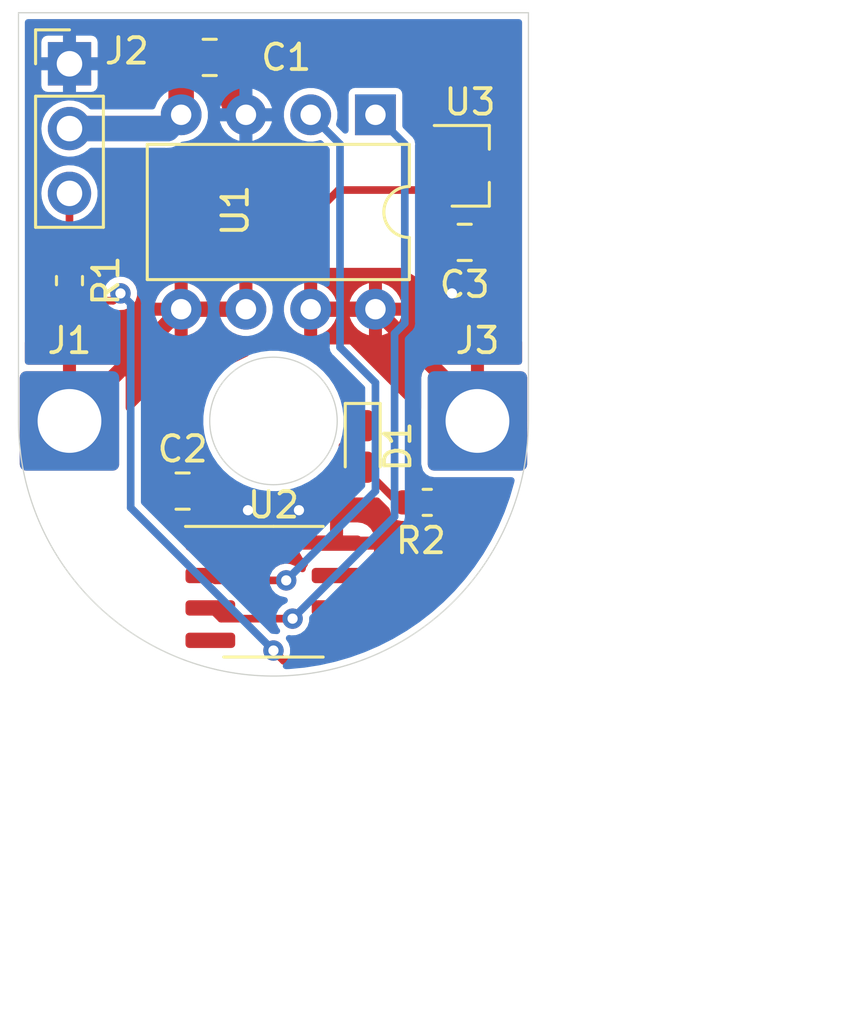
<source format=kicad_pcb>
(kicad_pcb (version 20200512) (host pcbnew "5.99.0-unknown-92ce7ca~101~ubuntu18.04.1")

  (general
    (thickness 1.6)
    (drawings 10)
    (tracks 73)
    (modules 12)
    (nets 14)
  )

  (paper "A4")
  (layers
    (0 "F.Cu" signal)
    (31 "B.Cu" signal)
    (32 "B.Adhes" user)
    (33 "F.Adhes" user)
    (34 "B.Paste" user)
    (35 "F.Paste" user)
    (36 "B.SilkS" user)
    (37 "F.SilkS" user)
    (38 "B.Mask" user)
    (39 "F.Mask" user)
    (40 "Dwgs.User" user)
    (41 "Cmts.User" user)
    (42 "Eco1.User" user)
    (43 "Eco2.User" user)
    (44 "Edge.Cuts" user)
    (45 "Margin" user)
    (46 "B.CrtYd" user)
    (47 "F.CrtYd" user)
    (48 "B.Fab" user)
    (49 "F.Fab" user hide)
  )

  (setup
    (stackup
      (layer "F.SilkS" (type "Top Silk Screen"))
      (layer "F.Paste" (type "Top Solder Paste"))
      (layer "F.Mask" (type "Top Solder Mask") (color "Green") (thickness 0.01))
      (layer "F.Cu" (type "copper") (thickness 0.035))
      (layer "dielectric 1" (type "core") (thickness 1.51) (material "FR4") (epsilon_r 4.5) (loss_tangent 0.02))
      (layer "B.Cu" (type "copper") (thickness 0.035))
      (layer "B.Mask" (type "Bottom Solder Mask") (color "Green") (thickness 0.01))
      (layer "B.Paste" (type "Bottom Solder Paste"))
      (layer "B.SilkS" (type "Bottom Silk Screen"))
      (copper_finish "None")
      (dielectric_constraints no)
    )
    (last_trace_width 0.3)
    (user_trace_width 0.6)
    (user_trace_width 1)
    (trace_clearance 0.2)
    (zone_clearance 0.25)
    (zone_45_only no)
    (trace_min 0.2)
    (clearance_min 0)
    (via_min_annulus 0.05)
    (via_min_size 0.4)
    (through_hole_min 0.3)
    (via_size 0.8)
    (via_drill 0.4)
    (uvia_size 0.3)
    (uvia_drill 0.1)
    (uvias_allowed no)
    (uvia_min_size 0.2)
    (uvia_min_drill 0.1)
    (max_error 0.005)
    (defaults
      (edge_clearance 0.01)
      (edge_cuts_line_width 0.05)
      (courtyard_line_width 0.05)
      (copper_line_width 0.2)
      (copper_text_dims (size 1.5 1.5) (thickness 0.3))
      (silk_line_width 0.12)
      (silk_text_dims (size 1 1) (thickness 0.15))
      (fab_layers_line_width 0.1)
      (fab_layers_text_dims (size 1 1) (thickness 0.15))
      (other_layers_line_width 0.1)
      (other_layers_text_dims (size 1 1) (thickness 0.15))
      (dimension_units 2)
      (dimension_precision 1)
    )
    (pad_size 1.524 1.524)
    (pad_drill 0.762)
    (pad_to_mask_clearance 0.05)
    (aux_axis_origin 0 0)
    (visible_elements FFFFFF7F)
    (pcbplotparams
      (layerselection 0x010fc_ffffffff)
      (usegerberextensions false)
      (usegerberattributes true)
      (usegerberadvancedattributes true)
      (creategerberjobfile true)
      (svguseinch false)
      (svgprecision 6)
      (excludeedgelayer true)
      (linewidth 0.100000)
      (plotframeref false)
      (viasonmask false)
      (mode 1)
      (useauxorigin false)
      (hpglpennumber 1)
      (hpglpenspeed 20)
      (hpglpendiameter 15.000000)
      (psnegative false)
      (psa4output false)
      (plotreference true)
      (plotvalue true)
      (plotinvisibletext false)
      (sketchpadsonfab false)
      (subtractmaskfromsilk false)
      (outputformat 1)
      (mirror false)
      (drillshape 1)
      (scaleselection 1)
      (outputdirectory "")
    )
  )

  (net 0 "")
  (net 1 "GND")
  (net 2 "VBAT")
  (net 3 "VLOGIC")
  (net 4 "Net-(J2-Pad3)")
  (net 5 "PWM")
  (net 6 "Net-(U2-Pad6)")
  (net 7 "Net-(U2-Pad4)")
  (net 8 "/MOTORO1")
  (net 9 "/MOTORO2")
  (net 10 "/MOTORF")
  (net 11 "/MOTORB")
  (net 12 "Net-(D1-Pad2)")
  (net 13 "BLINKY")

  (net_class "Default" "This is the default net class."
    (clearance 0.2)
    (trace_width 0.3)
    (via_dia 0.8)
    (via_drill 0.4)
    (uvia_dia 0.3)
    (uvia_drill 0.1)
    (add_net "/MOTORB")
    (add_net "/MOTORF")
    (add_net "/MOTORO1")
    (add_net "/MOTORO2")
    (add_net "BLINKY")
    (add_net "GND")
    (add_net "Net-(D1-Pad2)")
    (add_net "Net-(J2-Pad3)")
    (add_net "Net-(U2-Pad4)")
    (add_net "Net-(U2-Pad6)")
    (add_net "PWM")
    (add_net "VBAT")
    (add_net "VLOGIC")
  )

  (module "Resistor_SMD:R_0603_1608Metric" (layer "F.Cu") (tedit 5B301BBD) (tstamp d8c08ec1-2a58-4a7d-a33c-7f5528ebc979)
    (at 156.031507 133.191903 180)
    (descr "Resistor SMD 0603 (1608 Metric), square (rectangular) end terminal, IPC_7351 nominal, (Body size source: http://www.tortai-tech.com/upload/download/2011102023233369053.pdf), generated with kicad-footprint-generator")
    (tags "resistor")
    (path "/2c3de6c0-3edd-4fbb-9cf6-af3ffd72caa4")
    (attr smd)
    (fp_text reference "R2" (at 0.25 -1.5) (layer "F.SilkS")
      (effects (font (size 1 1) (thickness 0.15)))
    )
    (fp_text value "330R" (at 0 1.43) (layer "F.Fab")
      (effects (font (size 1 1) (thickness 0.15)))
    )
    (fp_text user "${REFERENCE}" (at 0 0) (layer "F.Fab")
      (effects (font (size 0.4 0.4) (thickness 0.06)))
    )
    (fp_line (start 1.48 0.73) (end -1.48 0.73) (layer "F.CrtYd") (width 0.05))
    (fp_line (start 1.48 -0.73) (end 1.48 0.73) (layer "F.CrtYd") (width 0.05))
    (fp_line (start -1.48 -0.73) (end 1.48 -0.73) (layer "F.CrtYd") (width 0.05))
    (fp_line (start -1.48 0.73) (end -1.48 -0.73) (layer "F.CrtYd") (width 0.05))
    (fp_line (start -0.162779 0.51) (end 0.162779 0.51) (layer "F.SilkS") (width 0.12))
    (fp_line (start -0.162779 -0.51) (end 0.162779 -0.51) (layer "F.SilkS") (width 0.12))
    (fp_line (start 0.8 0.4) (end -0.8 0.4) (layer "F.Fab") (width 0.1))
    (fp_line (start 0.8 -0.4) (end 0.8 0.4) (layer "F.Fab") (width 0.1))
    (fp_line (start -0.8 -0.4) (end 0.8 -0.4) (layer "F.Fab") (width 0.1))
    (fp_line (start -0.8 0.4) (end -0.8 -0.4) (layer "F.Fab") (width 0.1))
    (pad "2" smd roundrect (at 0.7875 0 180) (size 0.875 0.95) (layers "F.Cu" "F.Paste" "F.Mask") (roundrect_rratio 0.25)
      (net 12 "Net-(D1-Pad2)") (tstamp 4224f02c-6e51-495d-aa05-5992f95cefd0))
    (pad "1" smd roundrect (at -0.7875 0 180) (size 0.875 0.95) (layers "F.Cu" "F.Paste" "F.Mask") (roundrect_rratio 0.25)
      (net 13 "BLINKY") (tstamp a189a35b-fd2e-41c1-84c1-8939499ba81e))
    (model "${KISYS3DMOD}/Resistor_SMD.3dshapes/R_0603_1608Metric.wrl"
      (at (xyz 0 0 0))
      (scale (xyz 1 1 1))
      (rotate (xyz 0 0 0))
    )
  )

  (module "LED_SMD:LED_0603_1608Metric_Castellated" (layer "F.Cu") (tedit 5B301BBE) (tstamp 3ba1b025-dfdc-4876-89b8-0c41cb28152f)
    (at 153.5 131 -90)
    (descr "LED SMD 0603 (1608 Metric), castellated end terminal, IPC_7351 nominal, (Body size source: http://www.tortai-tech.com/upload/download/2011102023233369053.pdf), generated with kicad-footprint-generator")
    (tags "LED castellated")
    (path "/75cfb4df-c800-424d-bdfe-5ba2a89a6c0a")
    (attr smd)
    (fp_text reference "D1" (at 0 -1.38 90) (layer "F.SilkS")
      (effects (font (size 1 1) (thickness 0.15)))
    )
    (fp_text value "LED" (at 0 1.38 90) (layer "F.Fab")
      (effects (font (size 1 1) (thickness 0.15)))
    )
    (fp_text user "${REFERENCE}" (at 0 0 90) (layer "F.Fab")
      (effects (font (size 0.4 0.4) (thickness 0.06)))
    )
    (fp_line (start 1.68 0.68) (end -1.68 0.68) (layer "F.CrtYd") (width 0.05))
    (fp_line (start 1.68 -0.68) (end 1.68 0.68) (layer "F.CrtYd") (width 0.05))
    (fp_line (start -1.68 -0.68) (end 1.68 -0.68) (layer "F.CrtYd") (width 0.05))
    (fp_line (start -1.68 0.68) (end -1.68 -0.68) (layer "F.CrtYd") (width 0.05))
    (fp_line (start -1.685 0.685) (end 0.8 0.685) (layer "F.SilkS") (width 0.12))
    (fp_line (start -1.685 -0.685) (end -1.685 0.685) (layer "F.SilkS") (width 0.12))
    (fp_line (start 0.8 -0.685) (end -1.685 -0.685) (layer "F.SilkS") (width 0.12))
    (fp_line (start 0.8 0.4) (end 0.8 -0.4) (layer "F.Fab") (width 0.1))
    (fp_line (start -0.8 0.4) (end 0.8 0.4) (layer "F.Fab") (width 0.1))
    (fp_line (start -0.8 -0.1) (end -0.8 0.4) (layer "F.Fab") (width 0.1))
    (fp_line (start -0.5 -0.4) (end -0.8 -0.1) (layer "F.Fab") (width 0.1))
    (fp_line (start 0.8 -0.4) (end -0.5 -0.4) (layer "F.Fab") (width 0.1))
    (pad "2" smd roundrect (at 0.8125 0 270) (size 1.225 0.85) (layers "F.Cu" "F.Paste" "F.Mask") (roundrect_rratio 0.25)
      (net 12 "Net-(D1-Pad2)") (pinfunction "A") (tstamp 0ee914e6-6442-4449-985d-f2a26f6cad59))
    (pad "1" smd roundrect (at -0.8125 0 270) (size 1.225 0.85) (layers "F.Cu" "F.Paste" "F.Mask") (roundrect_rratio 0.25)
      (net 1 "GND") (pinfunction "K") (tstamp 65327b8e-b04c-485c-9eaf-99ce22abb441))
    (model "${KISYS3DMOD}/LED_SMD.3dshapes/LED_0603_1608Metric_Castellated.wrl"
      (at (xyz 0 0 0))
      (scale (xyz 1 1 1))
      (rotate (xyz 0 0 0))
    )
  )

  (module "Package_SO:SOIC-8_3.9x4.9mm_P1.27mm" (layer "F.Cu") (tedit 5D9F72B1) (tstamp 60619cd0-3523-417c-be61-a5caf0b9f01b)
    (at 150 136.694598)
    (descr "SOIC, 8 Pin (JEDEC MS-012AA, https://www.analog.com/media/en/package-pcb-resources/package/pkg_pdf/soic_narrow-r/r_8.pdf), generated with kicad-footprint-generator ipc_gullwing_generator.py")
    (tags "SOIC SO")
    (path "/50485fef-d5b0-4532-907b-b034fe2854d3")
    (attr smd)
    (fp_text reference "U2" (at 0 -3.4) (layer "F.SilkS")
      (effects (font (size 1 1) (thickness 0.15)))
    )
    (fp_text value "ATtiny412-SS" (at 0 3.4) (layer "F.Fab")
      (effects (font (size 1 1) (thickness 0.15)))
    )
    (fp_text user "${REFERENCE}" (at 0 0) (layer "F.Fab")
      (effects (font (size 0.98 0.98) (thickness 0.15)))
    )
    (fp_line (start 3.7 -2.7) (end -3.7 -2.7) (layer "F.CrtYd") (width 0.05))
    (fp_line (start 3.7 2.7) (end 3.7 -2.7) (layer "F.CrtYd") (width 0.05))
    (fp_line (start -3.7 2.7) (end 3.7 2.7) (layer "F.CrtYd") (width 0.05))
    (fp_line (start -3.7 -2.7) (end -3.7 2.7) (layer "F.CrtYd") (width 0.05))
    (fp_line (start -1.95 -1.475) (end -0.975 -2.45) (layer "F.Fab") (width 0.1))
    (fp_line (start -1.95 2.45) (end -1.95 -1.475) (layer "F.Fab") (width 0.1))
    (fp_line (start 1.95 2.45) (end -1.95 2.45) (layer "F.Fab") (width 0.1))
    (fp_line (start 1.95 -2.45) (end 1.95 2.45) (layer "F.Fab") (width 0.1))
    (fp_line (start -0.975 -2.45) (end 1.95 -2.45) (layer "F.Fab") (width 0.1))
    (fp_line (start 0 -2.56) (end -3.45 -2.56) (layer "F.SilkS") (width 0.12))
    (fp_line (start 0 -2.56) (end 1.95 -2.56) (layer "F.SilkS") (width 0.12))
    (fp_line (start 0 2.56) (end -1.95 2.56) (layer "F.SilkS") (width 0.12))
    (fp_line (start 0 2.56) (end 1.95 2.56) (layer "F.SilkS") (width 0.12))
    (pad "8" smd roundrect (at 2.475 -1.905) (size 1.95 0.6) (layers "F.Cu" "F.Paste" "F.Mask") (roundrect_rratio 0.25)
      (net 1 "GND") (pinfunction "GND") (tstamp b2b652e1-e913-4bb9-be60-92e0332f1721))
    (pad "7" smd roundrect (at 2.475 -0.635) (size 1.95 0.6) (layers "F.Cu" "F.Paste" "F.Mask") (roundrect_rratio 0.25)
      (net 13 "BLINKY") (pinfunction "PA3") (tstamp 4c9fee22-70e4-47d4-b05a-21ef23862cfe))
    (pad "6" smd roundrect (at 2.475 0.635) (size 1.95 0.6) (layers "F.Cu" "F.Paste" "F.Mask") (roundrect_rratio 0.25)
      (net 6 "Net-(U2-Pad6)") (pinfunction "~RESET~/PA0") (tstamp d62570ef-361b-4649-b7f0-218f44de3c95))
    (pad "5" smd roundrect (at 2.475 1.905) (size 1.95 0.6) (layers "F.Cu" "F.Paste" "F.Mask") (roundrect_rratio 0.25)
      (net 5 "PWM") (pinfunction "PA2") (tstamp 301d3a68-7b50-455b-8e4b-a4e0537b48d4))
    (pad "4" smd roundrect (at -2.475 1.905) (size 1.95 0.6) (layers "F.Cu" "F.Paste" "F.Mask") (roundrect_rratio 0.25)
      (net 7 "Net-(U2-Pad4)") (pinfunction "PA1") (tstamp 2eb57cfb-8eb2-4798-a9d6-5890c204b3ff))
    (pad "3" smd roundrect (at -2.475 0.635) (size 1.95 0.6) (layers "F.Cu" "F.Paste" "F.Mask") (roundrect_rratio 0.25)
      (net 11 "/MOTORB") (pinfunction "PA7") (tstamp 4cc18012-2e9c-4740-a902-9a168a64392a))
    (pad "2" smd roundrect (at -2.475 -0.635) (size 1.95 0.6) (layers "F.Cu" "F.Paste" "F.Mask") (roundrect_rratio 0.25)
      (net 10 "/MOTORF") (pinfunction "PA6") (tstamp d886f002-7a39-4913-9543-76c9b1359986))
    (pad "1" smd roundrect (at -2.475 -1.905) (size 1.95 0.6) (layers "F.Cu" "F.Paste" "F.Mask") (roundrect_rratio 0.25)
      (net 3 "VLOGIC") (pinfunction "VCC") (tstamp 2d399424-879d-451d-bb39-28eec999cc05))
    (model "${KISYS3DMOD}/Package_SO.3dshapes/SOIC-8_3.9x4.9mm_P1.27mm.wrl"
      (at (xyz 0 0 0))
      (scale (xyz 1 1 1))
      (rotate (xyz 0 0 0))
    )
  )

  (module "Resistor_SMD:R_0603_1608Metric" (layer "F.Cu") (tedit 5B301BBD) (tstamp f0fa7cd6-26c0-4c41-be3e-e094e26dd052)
    (at 142 124.5 -90)
    (descr "Resistor SMD 0603 (1608 Metric), square (rectangular) end terminal, IPC_7351 nominal, (Body size source: http://www.tortai-tech.com/upload/download/2011102023233369053.pdf), generated with kicad-footprint-generator")
    (tags "resistor")
    (path "/18d6e3a9-77b4-414c-b058-e97229a47736")
    (attr smd)
    (fp_text reference "R1" (at 0 -1.43 90) (layer "F.SilkS")
      (effects (font (size 1 1) (thickness 0.15)))
    )
    (fp_text value "330R" (at 0 1.43 90) (layer "F.Fab")
      (effects (font (size 1 1) (thickness 0.15)))
    )
    (fp_text user "${REFERENCE}" (at 0 0 90) (layer "F.Fab")
      (effects (font (size 0.4 0.4) (thickness 0.06)))
    )
    (fp_line (start 1.48 0.73) (end -1.48 0.73) (layer "F.CrtYd") (width 0.05))
    (fp_line (start 1.48 -0.73) (end 1.48 0.73) (layer "F.CrtYd") (width 0.05))
    (fp_line (start -1.48 -0.73) (end 1.48 -0.73) (layer "F.CrtYd") (width 0.05))
    (fp_line (start -1.48 0.73) (end -1.48 -0.73) (layer "F.CrtYd") (width 0.05))
    (fp_line (start -0.162779 0.51) (end 0.162779 0.51) (layer "F.SilkS") (width 0.12))
    (fp_line (start -0.162779 -0.51) (end 0.162779 -0.51) (layer "F.SilkS") (width 0.12))
    (fp_line (start 0.8 0.4) (end -0.8 0.4) (layer "F.Fab") (width 0.1))
    (fp_line (start 0.8 -0.4) (end 0.8 0.4) (layer "F.Fab") (width 0.1))
    (fp_line (start -0.8 -0.4) (end 0.8 -0.4) (layer "F.Fab") (width 0.1))
    (fp_line (start -0.8 0.4) (end -0.8 -0.4) (layer "F.Fab") (width 0.1))
    (pad "2" smd roundrect (at 0.7875 0 270) (size 0.875 0.95) (layers "F.Cu" "F.Paste" "F.Mask") (roundrect_rratio 0.25)
      (net 5 "PWM") (tstamp 4224f02c-6e51-495d-aa05-5992f95cefd0))
    (pad "1" smd roundrect (at -0.7875 0 270) (size 0.875 0.95) (layers "F.Cu" "F.Paste" "F.Mask") (roundrect_rratio 0.25)
      (net 4 "Net-(J2-Pad3)") (tstamp a189a35b-fd2e-41c1-84c1-8939499ba81e))
    (model "${KISYS3DMOD}/Resistor_SMD.3dshapes/R_0603_1608Metric.wrl"
      (at (xyz 0 0 0))
      (scale (xyz 1 1 1))
      (rotate (xyz 0 0 0))
    )
  )

  (module "Package_TO_SOT_SMD:SOT-23" (layer "F.Cu") (tedit 5A02FF57) (tstamp a8c0a60d-f15d-4d32-b3a4-c693361909af)
    (at 157.70646 120)
    (descr "SOT-23, Standard")
    (tags "SOT-23")
    (path "/d98bec79-c8d4-4a57-816e-c7f6acbf6761")
    (attr smd)
    (fp_text reference "U3" (at 0 -2.5) (layer "F.SilkS")
      (effects (font (size 1 1) (thickness 0.15)))
    )
    (fp_text value "ME6214A33M3G" (at 0 2.5) (layer "F.Fab")
      (effects (font (size 1 1) (thickness 0.15)))
    )
    (fp_line (start 0.76 1.58) (end -0.7 1.58) (layer "F.SilkS") (width 0.12))
    (fp_line (start 0.76 -1.58) (end -1.4 -1.58) (layer "F.SilkS") (width 0.12))
    (fp_line (start -1.7 1.75) (end -1.7 -1.75) (layer "F.CrtYd") (width 0.05))
    (fp_line (start 1.7 1.75) (end -1.7 1.75) (layer "F.CrtYd") (width 0.05))
    (fp_line (start 1.7 -1.75) (end 1.7 1.75) (layer "F.CrtYd") (width 0.05))
    (fp_line (start -1.7 -1.75) (end 1.7 -1.75) (layer "F.CrtYd") (width 0.05))
    (fp_line (start 0.76 -1.58) (end 0.76 -0.65) (layer "F.SilkS") (width 0.12))
    (fp_line (start 0.76 1.58) (end 0.76 0.65) (layer "F.SilkS") (width 0.12))
    (fp_line (start -0.7 1.52) (end 0.7 1.52) (layer "F.Fab") (width 0.1))
    (fp_line (start 0.7 -1.52) (end 0.7 1.52) (layer "F.Fab") (width 0.1))
    (fp_line (start -0.7 -0.95) (end -0.15 -1.52) (layer "F.Fab") (width 0.1))
    (fp_line (start -0.15 -1.52) (end 0.7 -1.52) (layer "F.Fab") (width 0.1))
    (fp_line (start -0.7 -0.95) (end -0.7 1.5) (layer "F.Fab") (width 0.1))
    (fp_text user "${REFERENCE}" (at 0 0 90) (layer "F.Fab")
      (effects (font (size 0.5 0.5) (thickness 0.075)))
    )
    (pad "3" smd rect (at 1 0) (size 0.9 0.8) (layers "F.Cu" "F.Paste" "F.Mask")
      (net 2 "VBAT") (pinfunction "VIN") (tstamp 7cf05606-fc9a-4b69-a14a-6f1eace22f65))
    (pad "2" smd rect (at -1 0.95) (size 0.9 0.8) (layers "F.Cu" "F.Paste" "F.Mask")
      (net 3 "VLOGIC") (pinfunction "VOUT") (tstamp 9701c34a-d4f1-4824-95bb-8ac7e9ed5b67))
    (pad "1" smd rect (at -1 -0.95) (size 0.9 0.8) (layers "F.Cu" "F.Paste" "F.Mask")
      (net 1 "GND") (pinfunction "VSS") (tstamp 6668c31d-efda-4d86-a4e1-83957300db9a))
    (model "${KISYS3DMOD}/Package_TO_SOT_SMD.3dshapes/SOT-23.wrl"
      (at (xyz 0 0 0))
      (scale (xyz 1 1 1))
      (rotate (xyz 0 0 0))
    )
  )

  (module "Package_DIP:DIP-8_W7.62mm" (layer "F.Cu") (tedit 5A02E8C5) (tstamp 222df2e4-546a-4da3-9353-0f260ae2baba)
    (at 154 118 -90)
    (descr "8-lead though-hole mounted DIP package, row spacing 7.62 mm (300 mils)")
    (tags "THT DIP DIL PDIP 2.54mm 7.62mm 300mil")
    (path "/ee17934c-30cb-4a01-bb9b-cfe7df34e093")
    (fp_text reference "U1" (at 3.75 5.5 90) (layer "F.SilkS")
      (effects (font (size 1 1) (thickness 0.15)))
    )
    (fp_text value "TA6586" (at 3.81 9.95 90) (layer "F.Fab")
      (effects (font (size 1 1) (thickness 0.15)))
    )
    (fp_text user "${REFERENCE}" (at 3.81 3.81 90) (layer "F.Fab")
      (effects (font (size 1 1) (thickness 0.15)))
    )
    (fp_line (start 8.7 -1.55) (end -1.1 -1.55) (layer "F.CrtYd") (width 0.05))
    (fp_line (start 8.7 9.15) (end 8.7 -1.55) (layer "F.CrtYd") (width 0.05))
    (fp_line (start -1.1 9.15) (end 8.7 9.15) (layer "F.CrtYd") (width 0.05))
    (fp_line (start -1.1 -1.55) (end -1.1 9.15) (layer "F.CrtYd") (width 0.05))
    (fp_line (start 6.46 -1.33) (end 4.81 -1.33) (layer "F.SilkS") (width 0.12))
    (fp_line (start 6.46 8.95) (end 6.46 -1.33) (layer "F.SilkS") (width 0.12))
    (fp_line (start 1.16 8.95) (end 6.46 8.95) (layer "F.SilkS") (width 0.12))
    (fp_line (start 1.16 -1.33) (end 1.16 8.95) (layer "F.SilkS") (width 0.12))
    (fp_line (start 2.81 -1.33) (end 1.16 -1.33) (layer "F.SilkS") (width 0.12))
    (fp_line (start 0.635 -0.27) (end 1.635 -1.27) (layer "F.Fab") (width 0.1))
    (fp_line (start 0.635 8.89) (end 0.635 -0.27) (layer "F.Fab") (width 0.1))
    (fp_line (start 6.985 8.89) (end 0.635 8.89) (layer "F.Fab") (width 0.1))
    (fp_line (start 6.985 -1.27) (end 6.985 8.89) (layer "F.Fab") (width 0.1))
    (fp_line (start 1.635 -1.27) (end 6.985 -1.27) (layer "F.Fab") (width 0.1))
    (fp_arc (start 3.81 -1.33) (end 2.81 -1.33) (angle -180) (layer "F.SilkS") (width 0.12))
    (pad "8" thru_hole oval (at 7.62 0 270) (size 1.6 1.6) (drill 0.8) (layers *.Cu *.Mask)
      (net 9 "/MOTORO2") (pinfunction "BO") (tstamp 416c979b-28a9-4613-808f-ec571ba17004))
    (pad "4" thru_hole oval (at 0 7.62 270) (size 1.6 1.6) (drill 0.8) (layers *.Cu *.Mask)
      (net 2 "VBAT") (pinfunction "VCC") (tstamp c3a30851-da9f-4d4a-972e-dca516f52518))
    (pad "7" thru_hole oval (at 7.62 2.54 270) (size 1.6 1.6) (drill 0.8) (layers *.Cu *.Mask)
      (net 9 "/MOTORO2") (pinfunction "BO") (tstamp 5e00ec2a-f309-45a3-94a7-4ef1c5144975))
    (pad "3" thru_hole oval (at 0 5.08 270) (size 1.6 1.6) (drill 0.8) (layers *.Cu *.Mask)
      (net 1 "GND") (pinfunction "GND") (tstamp c47df989-05fb-4fab-8eaf-c7be52833de2))
    (pad "6" thru_hole oval (at 7.62 5.08 270) (size 1.6 1.6) (drill 0.8) (layers *.Cu *.Mask)
      (net 8 "/MOTORO1") (pinfunction "FO") (tstamp b87ba13e-c9d4-49ca-9702-bec06231fd63))
    (pad "2" thru_hole oval (at 0 2.54 270) (size 1.6 1.6) (drill 0.8) (layers *.Cu *.Mask)
      (net 10 "/MOTORF") (pinfunction "FI") (tstamp 8690d77f-7b77-4d53-922e-adaa79ca10a7))
    (pad "5" thru_hole oval (at 7.62 7.62 270) (size 1.6 1.6) (drill 0.8) (layers *.Cu *.Mask)
      (net 8 "/MOTORO1") (pinfunction "FO") (tstamp 68b661fb-b5eb-4852-8ddf-4c4eb33180b5))
    (pad "1" thru_hole rect (at 0 0 270) (size 1.6 1.6) (drill 0.8) (layers *.Cu *.Mask)
      (net 11 "/MOTORB") (pinfunction "BI") (tstamp f5a636e5-fa27-482a-b339-2cca46f1b01e))
    (model "${KISYS3DMOD}/Package_DIP.3dshapes/DIP-8_W7.62mm.wrl"
      (at (xyz 0 0 0))
      (scale (xyz 1 1 1))
      (rotate (xyz 0 0 0))
    )
  )

  (module "Connector_Wire:SolderWire-2sqmm_1x01_D2mm_OD3.9mm" (layer "F.Cu") (tedit 5EB70B45) (tstamp b66e5dd1-a401-4eff-86ef-69a4c18e629e)
    (at 158 130)
    (descr "Soldered wire connection, for a single 2 mm² wire, reinforced insulation, conductor diameter 2mm, outer diameter 3.9mm, size source Multi-Contact FLEXI-xV 2.0 (https://ec.staubli.com/AcroFiles/Catalogues/TM_Cab-Main-11014119_(en)_hi.pdf), bend radius 3 times outer diameter, generated with kicad-footprint-generator")
    (tags "connector wire 2sqmm")
    (path "/a2d88cdc-d501-41bc-a439-7ae909068560")
    (attr virtual)
    (fp_text reference "J3" (at 0 -3.15) (layer "F.SilkS")
      (effects (font (size 1 1) (thickness 0.15)))
    )
    (fp_text value "Conn_01x01_Male" (at 0 3.15) (layer "F.Fab")
      (effects (font (size 1 1) (thickness 0.15)))
    )
    (fp_text user "${REFERENCE}" (at 0 0) (layer "F.Fab")
      (effects (font (size 0.98 0.98) (thickness 0.15)))
    )
    (fp_line (start 2.7 -2.45) (end -2.7 -2.45) (layer "F.CrtYd") (width 0.05))
    (fp_line (start 2.7 2.45) (end 2.7 -2.45) (layer "F.CrtYd") (width 0.05))
    (fp_line (start -2.7 2.45) (end 2.7 2.45) (layer "F.CrtYd") (width 0.05))
    (fp_line (start -2.7 -2.45) (end -2.7 2.45) (layer "F.CrtYd") (width 0.05))
    (fp_circle (center 0 0) (end 1.95 0) (layer "F.Fab") (width 0.1))
    (pad "1" thru_hole roundrect (at 0 0) (size 3.9 3.9) (drill 2.5) (layers *.Cu *.Mask) (roundrect_rratio 0.06410299999999999)
      (net 9 "/MOTORO2") (pinfunction "Pin_1") (tstamp 3cc808ae-eea0-48eb-aa9d-83801cddda83))
    (model "${KISYS3DMOD}/Connector_Wire.3dshapes/SolderWire-2sqmm_1x01_D2mm_OD3.9mm.wrl"
      (at (xyz 0 0 0))
      (scale (xyz 1 1 1))
      (rotate (xyz 0 0 0))
    )
  )

  (module "Connector_PinHeader_2.54mm:PinHeader_1x03_P2.54mm_Vertical" (layer "F.Cu") (tedit 59FED5CC) (tstamp e99346b5-5964-4d61-bf64-1bb80f8142a8)
    (at 142 116)
    (descr "Through hole straight pin header, 1x03, 2.54mm pitch, single row")
    (tags "Through hole pin header THT 1x03 2.54mm single row")
    (path "/54ac3bcd-5e3b-490b-98d3-816411141b2a")
    (fp_text reference "J2" (at 2.25 -0.5) (layer "F.SilkS")
      (effects (font (size 1 1) (thickness 0.15)))
    )
    (fp_text value "Conn_01x03_Male" (at 0 7.41) (layer "F.Fab")
      (effects (font (size 1 1) (thickness 0.15)))
    )
    (fp_text user "${REFERENCE}" (at 0 2.54 90) (layer "F.Fab")
      (effects (font (size 1 1) (thickness 0.15)))
    )
    (fp_line (start 1.8 -1.8) (end -1.8 -1.8) (layer "F.CrtYd") (width 0.05))
    (fp_line (start 1.8 6.85) (end 1.8 -1.8) (layer "F.CrtYd") (width 0.05))
    (fp_line (start -1.8 6.85) (end 1.8 6.85) (layer "F.CrtYd") (width 0.05))
    (fp_line (start -1.8 -1.8) (end -1.8 6.85) (layer "F.CrtYd") (width 0.05))
    (fp_line (start -1.33 -1.33) (end 0 -1.33) (layer "F.SilkS") (width 0.12))
    (fp_line (start -1.33 0) (end -1.33 -1.33) (layer "F.SilkS") (width 0.12))
    (fp_line (start -1.33 1.27) (end 1.33 1.27) (layer "F.SilkS") (width 0.12))
    (fp_line (start 1.33 1.27) (end 1.33 6.41) (layer "F.SilkS") (width 0.12))
    (fp_line (start -1.33 1.27) (end -1.33 6.41) (layer "F.SilkS") (width 0.12))
    (fp_line (start -1.33 6.41) (end 1.33 6.41) (layer "F.SilkS") (width 0.12))
    (fp_line (start -1.27 -0.635) (end -0.635 -1.27) (layer "F.Fab") (width 0.1))
    (fp_line (start -1.27 6.35) (end -1.27 -0.635) (layer "F.Fab") (width 0.1))
    (fp_line (start 1.27 6.35) (end -1.27 6.35) (layer "F.Fab") (width 0.1))
    (fp_line (start 1.27 -1.27) (end 1.27 6.35) (layer "F.Fab") (width 0.1))
    (fp_line (start -0.635 -1.27) (end 1.27 -1.27) (layer "F.Fab") (width 0.1))
    (pad "3" thru_hole oval (at 0 5.08) (size 1.7 1.7) (drill 1) (layers *.Cu *.Mask)
      (net 4 "Net-(J2-Pad3)") (pinfunction "Pin_3") (tstamp 6472696f-4471-48ce-9744-78b01de7ddac))
    (pad "2" thru_hole oval (at 0 2.54) (size 1.7 1.7) (drill 1) (layers *.Cu *.Mask)
      (net 2 "VBAT") (pinfunction "Pin_2") (tstamp 8296b9db-997c-4a85-a73b-4edf788ef107))
    (pad "1" thru_hole rect (at 0 0) (size 1.7 1.7) (drill 1) (layers *.Cu *.Mask)
      (net 1 "GND") (pinfunction "Pin_1") (tstamp dfd1cf50-a45c-46c6-b143-028955e28bea))
    (model "${KISYS3DMOD}/Connector_PinHeader_2.54mm.3dshapes/PinHeader_1x03_P2.54mm_Vertical.wrl"
      (at (xyz 0 0 0))
      (scale (xyz 1 1 1))
      (rotate (xyz 0 0 0))
    )
  )

  (module "Connector_Wire:SolderWire-2sqmm_1x01_D2mm_OD3.9mm" (layer "F.Cu") (tedit 5EB70B45) (tstamp 4a1ad08d-4606-40af-963c-af190b72c727)
    (at 142 130)
    (descr "Soldered wire connection, for a single 2 mm² wire, reinforced insulation, conductor diameter 2mm, outer diameter 3.9mm, size source Multi-Contact FLEXI-xV 2.0 (https://ec.staubli.com/AcroFiles/Catalogues/TM_Cab-Main-11014119_(en)_hi.pdf), bend radius 3 times outer diameter, generated with kicad-footprint-generator")
    (tags "connector wire 2sqmm")
    (path "/3c47e8aa-57b4-4270-85e8-9a70e50da805")
    (attr virtual)
    (fp_text reference "J1" (at 0 -3.15) (layer "F.SilkS")
      (effects (font (size 1 1) (thickness 0.15)))
    )
    (fp_text value "Conn_01x01_Male" (at 0 3.15) (layer "F.Fab")
      (effects (font (size 1 1) (thickness 0.15)))
    )
    (fp_text user "${REFERENCE}" (at 0 0) (layer "F.Fab")
      (effects (font (size 0.98 0.98) (thickness 0.15)))
    )
    (fp_line (start 2.7 -2.45) (end -2.7 -2.45) (layer "F.CrtYd") (width 0.05))
    (fp_line (start 2.7 2.45) (end 2.7 -2.45) (layer "F.CrtYd") (width 0.05))
    (fp_line (start -2.7 2.45) (end 2.7 2.45) (layer "F.CrtYd") (width 0.05))
    (fp_line (start -2.7 -2.45) (end -2.7 2.45) (layer "F.CrtYd") (width 0.05))
    (fp_circle (center 0 0) (end 1.95 0) (layer "F.Fab") (width 0.1))
    (pad "1" thru_hole roundrect (at 0 0) (size 3.9 3.9) (drill 2.5) (layers *.Cu *.Mask) (roundrect_rratio 0.06410299999999999)
      (net 8 "/MOTORO1") (pinfunction "Pin_1") (tstamp 3cc808ae-eea0-48eb-aa9d-83801cddda83))
    (model "${KISYS3DMOD}/Connector_Wire.3dshapes/SolderWire-2sqmm_1x01_D2mm_OD3.9mm.wrl"
      (at (xyz 0 0 0))
      (scale (xyz 1 1 1))
      (rotate (xyz 0 0 0))
    )
  )

  (module "Capacitor_SMD:C_0805_2012Metric" (layer "F.Cu") (tedit 5B36C52B) (tstamp 7f2defd7-ae68-4133-9dbe-e0109c1f9672)
    (at 157.500235 123 180)
    (descr "Capacitor SMD 0805 (2012 Metric), square (rectangular) end terminal, IPC_7351 nominal, (Body size source: https://docs.google.com/spreadsheets/d/1BsfQQcO9C6DZCsRaXUlFlo91Tg2WpOkGARC1WS5S8t0/edit?usp=sharing), generated with kicad-footprint-generator")
    (tags "capacitor")
    (path "/e881f363-8371-41e9-bc16-99cfeb1bc25c")
    (attr smd)
    (fp_text reference "C3" (at 0 -1.65) (layer "F.SilkS")
      (effects (font (size 1 1) (thickness 0.15)))
    )
    (fp_text value "10uF" (at 0 1.65) (layer "F.Fab")
      (effects (font (size 1 1) (thickness 0.15)))
    )
    (fp_text user "${REFERENCE}" (at 0 0) (layer "F.Fab")
      (effects (font (size 0.5 0.5) (thickness 0.08)))
    )
    (fp_line (start 1.68 0.95) (end -1.68 0.95) (layer "F.CrtYd") (width 0.05))
    (fp_line (start 1.68 -0.95) (end 1.68 0.95) (layer "F.CrtYd") (width 0.05))
    (fp_line (start -1.68 -0.95) (end 1.68 -0.95) (layer "F.CrtYd") (width 0.05))
    (fp_line (start -1.68 0.95) (end -1.68 -0.95) (layer "F.CrtYd") (width 0.05))
    (fp_line (start -0.258578 0.71) (end 0.258578 0.71) (layer "F.SilkS") (width 0.12))
    (fp_line (start -0.258578 -0.71) (end 0.258578 -0.71) (layer "F.SilkS") (width 0.12))
    (fp_line (start 1 0.6) (end -1 0.6) (layer "F.Fab") (width 0.1))
    (fp_line (start 1 -0.6) (end 1 0.6) (layer "F.Fab") (width 0.1))
    (fp_line (start -1 -0.6) (end 1 -0.6) (layer "F.Fab") (width 0.1))
    (fp_line (start -1 0.6) (end -1 -0.6) (layer "F.Fab") (width 0.1))
    (pad "2" smd roundrect (at 0.9375 0 180) (size 0.975 1.4) (layers "F.Cu" "F.Paste" "F.Mask") (roundrect_rratio 0.25)
      (net 1 "GND") (tstamp 89ecdd2f-0eb6-4049-931c-fb65fb0efbe6))
    (pad "1" smd roundrect (at -0.9375 0 180) (size 0.975 1.4) (layers "F.Cu" "F.Paste" "F.Mask") (roundrect_rratio 0.25)
      (net 3 "VLOGIC") (tstamp af4677c7-fe0b-496b-844b-dea9b7cabd6b))
    (model "${KISYS3DMOD}/Capacitor_SMD.3dshapes/C_0805_2012Metric.wrl"
      (at (xyz 0 0 0))
      (scale (xyz 1 1 1))
      (rotate (xyz 0 0 0))
    )
  )

  (module "Capacitor_SMD:C_0805_2012Metric" (layer "F.Cu") (tedit 5B36C52B) (tstamp 92306873-e2bb-4de0-9541-84f430d205a4)
    (at 146.4375 132.75)
    (descr "Capacitor SMD 0805 (2012 Metric), square (rectangular) end terminal, IPC_7351 nominal, (Body size source: https://docs.google.com/spreadsheets/d/1BsfQQcO9C6DZCsRaXUlFlo91Tg2WpOkGARC1WS5S8t0/edit?usp=sharing), generated with kicad-footprint-generator")
    (tags "capacitor")
    (path "/b76e2fc1-a777-4e73-94ab-c61e77d43afc")
    (attr smd)
    (fp_text reference "C2" (at 0 -1.65) (layer "F.SilkS")
      (effects (font (size 1 1) (thickness 0.15)))
    )
    (fp_text value "100nF" (at 0 1.65) (layer "F.Fab")
      (effects (font (size 1 1) (thickness 0.15)))
    )
    (fp_text user "${REFERENCE}" (at 0 0) (layer "F.Fab")
      (effects (font (size 0.5 0.5) (thickness 0.08)))
    )
    (fp_line (start 1.68 0.95) (end -1.68 0.95) (layer "F.CrtYd") (width 0.05))
    (fp_line (start 1.68 -0.95) (end 1.68 0.95) (layer "F.CrtYd") (width 0.05))
    (fp_line (start -1.68 -0.95) (end 1.68 -0.95) (layer "F.CrtYd") (width 0.05))
    (fp_line (start -1.68 0.95) (end -1.68 -0.95) (layer "F.CrtYd") (width 0.05))
    (fp_line (start -0.258578 0.71) (end 0.258578 0.71) (layer "F.SilkS") (width 0.12))
    (fp_line (start -0.258578 -0.71) (end 0.258578 -0.71) (layer "F.SilkS") (width 0.12))
    (fp_line (start 1 0.6) (end -1 0.6) (layer "F.Fab") (width 0.1))
    (fp_line (start 1 -0.6) (end 1 0.6) (layer "F.Fab") (width 0.1))
    (fp_line (start -1 -0.6) (end 1 -0.6) (layer "F.Fab") (width 0.1))
    (fp_line (start -1 0.6) (end -1 -0.6) (layer "F.Fab") (width 0.1))
    (pad "2" smd roundrect (at 0.9375 0) (size 0.975 1.4) (layers "F.Cu" "F.Paste" "F.Mask") (roundrect_rratio 0.25)
      (net 1 "GND") (tstamp 89ecdd2f-0eb6-4049-931c-fb65fb0efbe6))
    (pad "1" smd roundrect (at -0.9375 0) (size 0.975 1.4) (layers "F.Cu" "F.Paste" "F.Mask") (roundrect_rratio 0.25)
      (net 3 "VLOGIC") (tstamp af4677c7-fe0b-496b-844b-dea9b7cabd6b))
    (model "${KISYS3DMOD}/Capacitor_SMD.3dshapes/C_0805_2012Metric.wrl"
      (at (xyz 0 0 0))
      (scale (xyz 1 1 1))
      (rotate (xyz 0 0 0))
    )
  )

  (module "Capacitor_SMD:C_0805_2012Metric" (layer "F.Cu") (tedit 5B36C52B) (tstamp 8454217d-7dea-440a-98ae-da788b76b2be)
    (at 147.5 115.75)
    (descr "Capacitor SMD 0805 (2012 Metric), square (rectangular) end terminal, IPC_7351 nominal, (Body size source: https://docs.google.com/spreadsheets/d/1BsfQQcO9C6DZCsRaXUlFlo91Tg2WpOkGARC1WS5S8t0/edit?usp=sharing), generated with kicad-footprint-generator")
    (tags "capacitor")
    (path "/2ece83c7-820d-4561-9948-742a392d845c")
    (attr smd)
    (fp_text reference "C1" (at 3 0) (layer "F.SilkS")
      (effects (font (size 1 1) (thickness 0.15)))
    )
    (fp_text value "10uF" (at 0 1.65) (layer "F.Fab")
      (effects (font (size 1 1) (thickness 0.15)))
    )
    (fp_text user "${REFERENCE}" (at 0 0) (layer "F.Fab")
      (effects (font (size 0.5 0.5) (thickness 0.08)))
    )
    (fp_line (start 1.68 0.95) (end -1.68 0.95) (layer "F.CrtYd") (width 0.05))
    (fp_line (start 1.68 -0.95) (end 1.68 0.95) (layer "F.CrtYd") (width 0.05))
    (fp_line (start -1.68 -0.95) (end 1.68 -0.95) (layer "F.CrtYd") (width 0.05))
    (fp_line (start -1.68 0.95) (end -1.68 -0.95) (layer "F.CrtYd") (width 0.05))
    (fp_line (start -0.258578 0.71) (end 0.258578 0.71) (layer "F.SilkS") (width 0.12))
    (fp_line (start -0.258578 -0.71) (end 0.258578 -0.71) (layer "F.SilkS") (width 0.12))
    (fp_line (start 1 0.6) (end -1 0.6) (layer "F.Fab") (width 0.1))
    (fp_line (start 1 -0.6) (end 1 0.6) (layer "F.Fab") (width 0.1))
    (fp_line (start -1 -0.6) (end 1 -0.6) (layer "F.Fab") (width 0.1))
    (fp_line (start -1 0.6) (end -1 -0.6) (layer "F.Fab") (width 0.1))
    (pad "2" smd roundrect (at 0.9375 0) (size 0.975 1.4) (layers "F.Cu" "F.Paste" "F.Mask") (roundrect_rratio 0.25)
      (net 1 "GND") (tstamp 89ecdd2f-0eb6-4049-931c-fb65fb0efbe6))
    (pad "1" smd roundrect (at -0.9375 0) (size 0.975 1.4) (layers "F.Cu" "F.Paste" "F.Mask") (roundrect_rratio 0.25)
      (net 2 "VBAT") (tstamp af4677c7-fe0b-496b-844b-dea9b7cabd6b))
    (model "${KISYS3DMOD}/Capacitor_SMD.3dshapes/C_0805_2012Metric.wrl"
      (at (xyz 0 0 0))
      (scale (xyz 1 1 1))
      (rotate (xyz 0 0 0))
    )
  )

  (dimension 16 (width 0.1) (layer "Dwgs.User") (tstamp 3629ad0b-f82c-429c-9554-12f5dd10e636)
    (gr_text "16.000 mm" (at 150 150.75) (layer "Dwgs.User") (tstamp 3629ad0b-f82c-429c-9554-12f5dd10e636)
      (effects (font (size 1 1) (thickness 0.15)))
    )
    (feature1 (pts (xy 158 130) (xy 158 150.086421)))
    (feature2 (pts (xy 142 130) (xy 142 150.086421)))
    (crossbar (pts (xy 142 149.5) (xy 158 149.5)))
    (arrow1a (pts (xy 158 149.5) (xy 156.873496 150.086421)))
    (arrow1b (pts (xy 158 149.5) (xy 156.873496 148.913579)))
    (arrow2a (pts (xy 142 149.5) (xy 143.126504 150.086421)))
    (arrow2b (pts (xy 142 149.5) (xy 143.126504 148.913579)))
  )
  (dimension 26 (width 0.1) (layer "Dwgs.User") (tstamp 612f982b-60ba-4577-a166-e2a032f2f408)
    (gr_text "26.000 mm" (at 171.25 127 90) (layer "Dwgs.User") (tstamp 612f982b-60ba-4577-a166-e2a032f2f408)
      (effects (font (size 1 1) (thickness 0.15)))
    )
    (feature1 (pts (xy 150 114) (xy 170.586421 114)))
    (feature2 (pts (xy 150 140) (xy 170.586421 140)))
    (crossbar (pts (xy 170 140) (xy 170 114)))
    (arrow1a (pts (xy 170 114) (xy 170.586421 115.126504)))
    (arrow1b (pts (xy 170 114) (xy 169.413579 115.126504)))
    (arrow2a (pts (xy 170 140) (xy 170.586421 138.873496)))
    (arrow2b (pts (xy 170 140) (xy 169.413579 138.873496)))
  )
  (gr_circle (center 150 130) (end 152.5 130) (layer "Edge.Cuts") (width 0.05) (tstamp 197b0d3e-f8e6-4fe1-b365-b84b320ad424))
  (gr_line (start 160 114) (end 160 130) (layer "Edge.Cuts") (width 0.05) (tstamp 97c33ee8-ee8b-41ef-b139-9c0567ea03d2))
  (gr_line (start 140 114) (end 160 114) (layer "Edge.Cuts") (width 0.05) (tstamp 72449e98-99bc-403f-8315-c3b9495893fe))
  (gr_line (start 140 130) (end 140 114) (layer "Edge.Cuts") (width 0.05) (tstamp 54f763a3-fd23-4269-a412-ccfe99b4ea2a))
  (gr_arc (start 150 130) (end 140 130) (angle -180) (layer "Edge.Cuts") (width 0.05) (tstamp b1e421fb-064c-4c8d-9005-837053210af8))
  (dimension 20 (width 0.1) (layer "Dwgs.User") (tstamp 1f49ddac-ec52-43ec-90b0-62a75c20748c)
    (gr_text "20.000 mm" (at 150 154.25) (layer "Dwgs.User") (tstamp 1f49ddac-ec52-43ec-90b0-62a75c20748c)
      (effects (font (size 1 1) (thickness 0.15)))
    )
    (feature1 (pts (xy 160 130) (xy 160 153.586421)))
    (feature2 (pts (xy 140 130) (xy 140 153.586421)))
    (crossbar (pts (xy 140 153) (xy 160 153)))
    (arrow1a (pts (xy 160 153) (xy 158.873496 153.586421)))
    (arrow1b (pts (xy 160 153) (xy 158.873496 152.413579)))
    (arrow2a (pts (xy 140 153) (xy 141.126504 153.586421)))
    (arrow2b (pts (xy 140 153) (xy 141.126504 152.413579)))
  )
  (gr_circle (center 150 130) (end 152.5 130) (layer "Dwgs.User") (width 0.1) (tstamp c160a78f-6ff0-4129-8a50-afec2a217f71))
  (gr_circle (center 150 130) (end 160 130) (layer "Dwgs.User") (width 0.1) (tstamp 01ea1ede-45b6-4faf-a964-3fcdbe25283c))

  (segment (start 145.5 129.533956) (end 145.5 132.75) (width 0.3) (layer "F.Cu") (net 3) (tstamp 4fab21d3-5c4a-429b-9824-8d0f23fd4d5b))
  (segment (start 152.55 120.95) (end 150.25 123.25) (width 0.3) (layer "F.Cu") (net 3) (tstamp be5fdf38-4c77-4517-84db-dd36b25be8d3))
  (segment (start 156.70646 120.95) (end 152.55 120.95) (width 0.3) (layer "F.Cu") (net 3) (tstamp 2fcd2205-4ad9-45b7-83ae-800721bbe0c8))
  (segment (start 148.905803 127.336199) (end 146.567625 128.466331) (width 0.3) (layer "F.Cu") (net 3) (tstamp 527ce39d-7e39-4da8-832b-31710054bd9e))
  (segment (start 150.25 123.25) (end 150.25 125.992002) (width 0.3) (layer "F.Cu") (net 3) (tstamp 433614ba-3441-4672-81cc-4fb1e44c3d58))
  (segment (start 146.567625 128.466331) (end 145.5 129.533956) (width 0.3) (layer "F.Cu") (net 3) (tstamp 24cb3213-512a-46cf-8720-1d22d94ae435))
  (segment (start 150.25 125.992002) (end 148.905803 127.336199) (width 0.3) (layer "F.Cu") (net 3) (tstamp 814eb7ba-fa43-4c87-9eec-a70b7fca3567))
  (segment (start 150.75 137.75) (end 147.945402 137.75) (width 0.3) (layer "F.Cu") (net 11) (tstamp 66117b02-d525-4d6c-98c1-df7eb25b0701))
  (segment (start 151.674599 139.399999) (end 152.475 138.599598) (width 0.3) (layer "F.Cu") (net 5) (tstamp c163a0f5-0d1b-4fea-ae5c-b6b8b6a32d00))
  (segment (start 150.399999 139.399999) (end 151.674599 139.399999) (width 0.3) (layer "F.Cu") (net 5) (tstamp d1c9191b-8db8-4bfe-9025-17c076785c4e))
  (segment (start 147.945402 137.75) (end 147.525 137.329598) (width 0.3) (layer "F.Cu") (net 11) (tstamp 3fec1f60-e9cf-4fb8-bd60-7c2553a44a93))
  (segment (start 150 139) (end 150.399999 139.399999) (width 0.3) (layer "F.Cu") (net 5) (tstamp 9735e052-77d5-425a-b670-18e9f24625e8))
  (segment (start 154.227902 136.059598) (end 152.475 136.059598) (width 0.3) (layer "F.Cu") (net 13) (tstamp fc12adfd-cd86-42c2-a1cc-196fa0b11514))
  (segment (start 156.819007 133.468493) (end 154.227902 136.059598) (width 0.3) (layer "F.Cu") (net 13) (tstamp d6fb8bce-8ff5-4101-a300-51320bb6d097))
  (segment (start 156.819007 133.191903) (end 156.819007 133.468493) (width 0.3) (layer "F.Cu") (net 13) (tstamp 0feb0826-dab6-4410-971d-005392457c40))
  (segment (start 150.5 136.25) (end 147.715402 136.25) (width 0.3) (layer "F.Cu") (net 10) (tstamp 2ab1d506-96e5-43f9-b0e7-577ea0a13aa9))
  (segment (start 147.715402 136.25) (end 147.525 136.059598) (width 0.3) (layer "F.Cu") (net 10) (tstamp dcfccfc4-0fc7-4595-a4d9-0e64d15b6d3b))
  (segment (start 147.525 134.789598) (end 145.5 132.764598) (width 0.3) (layer "F.Cu") (net 3) (tstamp 6630f2c5-2c0b-4c42-b60d-834184ec4980))
  (segment (start 145.5 132.764598) (end 145.5 132.75) (width 0.3) (layer "F.Cu") (net 3) (tstamp 24ecf80b-36d0-424f-9c87-e26150b7f111))
  (segment (start 142 118.54) (end 145.84 118.54) (width 1) (layer "B.Cu") (net 2) (tstamp 95cd9ff5-98ab-4dd5-94f1-cf828774d387))
  (segment (start 145.84 118.54) (end 146.38 118) (width 1) (layer "B.Cu") (net 2) (tstamp b32ac939-32fd-4c1f-934b-b5f586a37876))
  (segment (start 156.562735 123) (end 157 123.437265) (width 0.3) (layer "F.Cu") (net 1) (tstamp 06f29075-e687-419d-8004-f607b2102c6f))
  (segment (start 157 123.437265) (end 157 125) (width 0.3) (layer "F.Cu") (net 1) (tstamp 68c8dff5-fc23-4f20-9059-998c48ead361))
  (segment (start 158.437735 123) (end 158.437735 122.681275) (width 0.6) (layer "F.Cu") (net 3) (tstamp 8fa5d024-e0dd-4492-88fc-c83426d97dd1))
  (segment (start 158.437735 122.681275) (end 156.70646 120.95) (width 0.6) (layer "F.Cu") (net 3) (tstamp 8e3c361f-3c62-417d-81ae-c43b78a56b7e))
  (segment (start 146.5625 115.75) (end 147.76251 114.54999) (width 0.6) (layer "F.Cu") (net 2) (tstamp 37f59e44-b98f-4341-a3b6-97c969050819))
  (segment (start 158.70646 116.70646) (end 158.70646 120) (width 0.6) (layer "F.Cu") (net 2) (tstamp bd12dd3f-4efa-4cf6-be60-d3361ef9bcfb))
  (segment (start 148.4375 115.75) (end 154.250002 115.75) (width 0.6) (layer "F.Cu") (net 1) (tstamp be373a97-95aa-4d83-a8c4-35bd323caeff))
  (segment (start 147.76251 114.54999) (end 156.54999 114.54999) (width 0.6) (layer "F.Cu") (net 2) (tstamp 6795f865-1332-4c94-a94f-b482d5a62e69))
  (segment (start 156.54999 114.54999) (end 158.70646 116.70646) (width 0.6) (layer "F.Cu") (net 2) (tstamp eae51faf-6245-4f0d-b39c-a9d76a4c333e))
  (segment (start 154.250002 115.75) (end 156.70646 118.206458) (width 0.6) (layer "F.Cu") (net 1) (tstamp 122d8199-0816-4a9e-985b-387510ebcd89))
  (segment (start 156.70646 118.206458) (end 156.70646 119.05) (width 0.6) (layer "F.Cu") (net 1) (tstamp 4ff45f71-bb5f-4c35-a779-2b4c7ce2ceed))
  (segment (start 154.879403 133.191903) (end 153.5 131.8125) (width 0.3) (layer "F.Cu") (net 12) (tstamp c7617154-b7f3-4704-bd3a-bc5379751a75))
  (segment (start 155.244007 133.191903) (end 154.879403 133.191903) (width 0.3) (layer "F.Cu") (net 12) (tstamp d2907fca-8a51-457d-9e38-080c946134b0))
  (segment (start 152.706577 132.293423) (end 152.706577 130.980923) (width 0.3) (layer "F.Cu") (net 1) (tstamp 98c6007d-d739-4150-8037-5f599bebf499))
  (segment (start 152.706577 130.980923) (end 153.5 130.1875) (width 0.3) (layer "F.Cu") (net 1) (tstamp 056dccaa-ab2d-4e42-8a36-56d7a37ad3e0))
  (segment (start 151 134) (end 152.706577 132.293423) (width 0.3) (layer "F.Cu") (net 1) (tstamp 3240b8d0-f85e-4a29-993e-f62f92e95da0))
  (segment (start 155.150001 119.150001) (end 155.150001 126.172001) (width 0.3) (layer "B.Cu") (net 11) (tstamp 966cf2e1-5eb9-43f2-97af-e7ac98b3c1d2))
  (segment (start 154 118) (end 155.150001 119.150001) (width 0.3) (layer "B.Cu") (net 11) (tstamp cd9741df-dee2-4517-88c0-7e6c5b29fb53))
  (segment (start 155.150001 126.172001) (end 154.75 126.572002) (width 0.3) (layer "B.Cu") (net 11) (tstamp c94e1ab1-0658-4286-8055-bed19cfa3c66))
  (segment (start 154.75 126.572002) (end 154.75 133.75) (width 0.3) (layer "B.Cu") (net 11) (tstamp 0f9e12d0-8ec9-4f2e-a2fc-f402aef0d976))
  (segment (start 154.75 133.75) (end 150.75 137.75) (width 0.3) (layer "B.Cu") (net 11) (tstamp 03d6aca4-840c-4776-a6e0-8aefc0b2ba64))
  (segment (start 152.610001 119.150001) (end 152.610001 127.110001) (width 0.3) (layer "B.Cu") (net 10) (tstamp 586074c6-b800-480f-bfe6-108f735791f2))
  (segment (start 151.46 118) (end 152.610001 119.150001) (width 0.3) (layer "B.Cu") (net 10) (tstamp ae55058a-b7e4-4bd9-bbc5-bc68e0b882a0))
  (segment (start 152.610001 127.110001) (end 154 128.5) (width 0.3) (layer "B.Cu") (net 10) (tstamp 58e7cc6d-57d1-4a83-98bb-68f9f604f4c1))
  (segment (start 154 128.5) (end 154 132.75) (width 0.3) (layer "B.Cu") (net 10) (tstamp 499e98ad-4434-4bff-934d-3a5cda106038))
  (segment (start 154 132.75) (end 150.5 136.25) (width 0.3) (layer "B.Cu") (net 10) (tstamp bde44474-e00d-4821-804c-0bdb9095e763))
  (segment (start 147.375 132.75) (end 147.75 132.75) (width 0.6) (layer "F.Cu") (net 1) (tstamp c4b9914f-7963-4e62-ac0f-129403222855))
  (segment (start 147.75 132.75) (end 149 134) (width 0.6) (layer "F.Cu") (net 1) (tstamp 9a5936c3-6e51-46d0-a1a7-cb9be9073dc7))
  (segment (start 144.399999 133.399999) (end 144.399999 125.399999) (width 0.3) (layer "B.Cu") (net 5) (tstamp 534cc16e-6159-4d0b-b203-80191482d392))
  (segment (start 144.399999 125.399999) (end 144 125) (width 0.3) (layer "B.Cu") (net 5) (tstamp f75969e4-afb4-4a6b-a2ec-a46900a8d88d))
  (segment (start 150 139) (end 144.399999 133.399999) (width 0.3) (layer "B.Cu") (net 5) (tstamp 52788fd7-2c08-48b4-80b0-c5add4be2378))
  (segment (start 143.7125 125.2875) (end 144 125) (width 0.3) (layer "F.Cu") (net 5) (tstamp c5e893e8-86c8-43e2-80e1-deb0fe5bac38))
  (segment (start 142 125.2875) (end 143.7125 125.2875) (width 0.3) (layer "F.Cu") (net 5) (tstamp 1b9b9996-7af0-4758-9ea2-4f778b2ce7d5))
  (via (at 144 125) (size 0.8) (drill 0.4) (layers "F.Cu" "B.Cu") (net 5) (tstamp cb008378-920e-4042-87d8-274f3e638e1c))
  (via (at 157 125) (size 0.8) (drill 0.4) (layers "F.Cu" "B.Cu") (net 1) (tstamp 9a14f16d-6bf9-421c-9b3e-e55918e55380))
  (via (at 151 133.5) (size 0.8) (drill 0.4) (layers "F.Cu" "B.Cu") (net 1) (tstamp 7e113296-9002-47b9-908a-7dbf1c964184))
  (via (at 149 133.5) (size 0.8) (drill 0.4) (layers "F.Cu" "B.Cu") (net 1) (tstamp 23824e8e-3d86-4d90-819f-aa42a7abbdf7))
  (via (at 150.5 136.25) (size 0.8) (drill 0.4) (layers "F.Cu" "B.Cu") (net 10) (tstamp 752bc871-82ed-47b0-8893-ce2a2eac1d2c))
  (via (at 150.75 137.75) (size 0.8) (drill 0.4) (layers "F.Cu" "B.Cu") (net 11) (tstamp 918439c6-c2a1-494d-a83b-d1c5138bf790))
  (via (at 150 139) (size 0.8) (drill 0.4) (layers "F.Cu" "B.Cu") (net 5) (tstamp 698dd3f5-162d-482b-aea4-6a5956fe53b9))
  (segment (start 148.4375 115.75) (end 148.4375 117.5175) (width 1) (layer "F.Cu") (net 1) (tstamp d10daf98-b55a-4f9d-bf15-2263df792f1a))
  (segment (start 148.4375 117.5175) (end 148.92 118) (width 0.6) (layer "F.Cu") (net 1) (tstamp 234e4e9e-5b67-45a5-962f-48761d6c0abd))
  (segment (start 142 121.08) (end 142 123.7125) (width 0.3) (layer "F.Cu") (net 4) (tstamp 892f7186-2692-42f0-89bb-e6bcc9c12d61))
  (segment (start 154 125.62) (end 158 129.62) (width 0.6) (layer "F.Cu") (net 9) (tstamp 6afece7e-305d-48d7-8d7c-48bdb6d8de7e))
  (segment (start 158 129.62) (end 158 130) (width 0.6) (layer "F.Cu") (net 9) (tstamp e88f3dcc-fb1b-42cc-9307-26322327f91a))
  (segment (start 151.46 125.62) (end 154 125.62) (width 0.6) (layer "F.Cu") (net 9) (tstamp 4ffdde17-f8c1-4cb6-a3ca-c7e80831db36))
  (segment (start 148.92 125.62) (end 146.38 125.62) (width 0.6) (layer "F.Cu") (net 8) (tstamp 104f057a-d1aa-4131-9e5e-b3a536ef6223))
  (segment (start 142 130) (end 146.38 125.62) (width 0.6) (layer "F.Cu") (net 8) (tstamp 29290b2d-c35b-4f24-a3a2-1245e2580a8f))
  (segment (start 146.38 118) (end 146.38 115.9325) (width 1) (layer "F.Cu") (net 2) (tstamp 09c2f482-42cf-49b2-9eff-dbe900419e64))
  (segment (start 146.38 115.9325) (end 146.5625 115.75) (width 0.6) (layer "F.Cu") (net 2) (tstamp e538f213-159d-48f4-84b5-5b3ebf3c572b))
  (segment (start 142 118.54) (end 145.84 118.54) (width 1) (layer "F.Cu") (net 2) (tstamp 931d7888-755b-4197-bea1-54e33b893033))
  (segment (start 145.84 118.54) (end 146.38 118) (width 0.6) (layer "F.Cu") (net 2) (tstamp dcbcc7ce-ec0b-495d-a1be-6307698bbe1d))

  (zone (net 1) (net_name "GND") (layer "B.Cu") (tstamp 63346c3f-7c6e-4d20-8fc1-d3d57b22520a) (hatch edge 0.508)
    (connect_pads (clearance 0.25))
    (min_thickness 0.254)
    (fill yes (thermal_gap 0.25) (thermal_bridge_width 0.508))
    (polygon
      (pts
        (xy 160 140.25) (xy 139.75 140.25) (xy 139.75 113.5) (xy 160 113.5)
      )
    )
    (filled_polygon
      (pts
        (xy 159.624001 127.670143) (xy 156.295598 127.670143) (xy 156.279223 127.672299) (xy 156.00406 127.746029) (xy 155.979579 127.758773)
        (xy 155.82549 127.888069) (xy 155.811319 127.904958) (xy 155.712131 128.076756) (xy 155.70459 128.097473) (xy 155.671102 128.287395)
        (xy 155.670143 128.298356) (xy 155.670143 131.704402) (xy 155.672299 131.720777) (xy 155.746029 131.99594) (xy 155.758773 132.020421)
        (xy 155.888069 132.17451) (xy 155.904958 132.188681) (xy 156.076756 132.287869) (xy 156.097473 132.29541) (xy 156.287395 132.328898)
        (xy 156.298356 132.329857) (xy 159.330637 132.329857) (xy 159.316717 132.392129) (xy 159.148132 132.972406) (xy 158.94344 133.540959)
        (xy 158.703455 134.095532) (xy 158.429111 134.633962) (xy 158.121515 135.154077) (xy 157.781873 135.653845) (xy 157.411496 136.131333)
        (xy 157.011879 136.584608) (xy 156.584608 137.011879) (xy 156.131333 137.411496) (xy 155.653845 137.781873) (xy 155.154081 138.121512)
        (xy 154.633956 138.429113) (xy 154.095532 138.703455) (xy 153.540964 138.943438) (xy 152.97241 139.14813) (xy 152.392117 139.316721)
        (xy 151.802426 139.448533) (xy 151.205568 139.543066) (xy 150.603969 139.599933) (xy 150.49143 139.60347) (xy 150.561764 139.548914)
        (xy 150.574767 139.535284) (xy 150.698334 139.359467) (xy 150.706754 139.342616) (xy 150.773237 139.138001) (xy 150.776336 139.118916)
        (xy 150.778108 138.893293) (xy 150.775309 138.874162) (xy 150.712048 138.668528) (xy 150.703893 138.651547) (xy 150.612555 138.517147)
        (xy 150.67285 138.531622) (xy 150.691618 138.533248) (xy 150.90609 138.519754) (xy 150.924505 138.515789) (xy 151.125528 138.439829)
        (xy 151.141963 138.430624) (xy 151.311764 138.298914) (xy 151.324767 138.285284) (xy 151.448334 138.109467) (xy 151.456754 138.092616)
        (xy 151.523237 137.888) (xy 151.526336 137.868916) (xy 151.527512 137.719191) (xy 155.086583 134.160121) (xy 155.120145 134.137696)
        (xy 155.137696 134.120145) (xy 155.167014 134.076267) (xy 155.223936 133.991076) (xy 155.223937 133.991077) (xy 155.240334 133.966536)
        (xy 155.249833 133.943605) (xy 155.276787 133.8081) (xy 155.276788 133.80809) (xy 155.285874 133.762411) (xy 155.285874 133.737591)
        (xy 155.278 133.698005) (xy 155.278 126.790706) (xy 155.486586 126.582121) (xy 155.520147 126.559696) (xy 155.537697 126.542146)
        (xy 155.567015 126.498268) (xy 155.626545 126.409174) (xy 155.630987 126.404732) (xy 155.648609 126.371766) (xy 155.676788 126.230101)
        (xy 155.676789 126.230089) (xy 155.685875 126.184411) (xy 155.685875 126.159591) (xy 155.678001 126.120005) (xy 155.678001 119.201996)
        (xy 155.685875 119.16241) (xy 155.685875 119.13759) (xy 155.676789 119.091911) (xy 155.676788 119.091901) (xy 155.649834 118.956396)
        (xy 155.640336 118.933466) (xy 155.599098 118.871748) (xy 155.563578 118.81859) (xy 155.537697 118.779856) (xy 155.520146 118.762305)
        (xy 155.486584 118.73988) (xy 155.180898 118.434194) (xy 155.180898 117.19381) (xy 155.179685 117.18149) (xy 155.156653 117.065702)
        (xy 155.147155 117.042772) (xy 155.078111 116.93944) (xy 155.06056 116.921889) (xy 154.957228 116.852845) (xy 154.934298 116.843347)
        (xy 154.81851 116.820315) (xy 154.80619 116.819102) (xy 153.19381 116.819102) (xy 153.18149 116.820315) (xy 153.065702 116.843347)
        (xy 153.042772 116.852845) (xy 152.93944 116.921889) (xy 152.921889 116.93944) (xy 152.852845 117.042772) (xy 152.843347 117.065702)
        (xy 152.820315 117.18149) (xy 152.819102 117.19381) (xy 152.819102 118.612397) (xy 152.580402 118.373698) (xy 152.582644 118.366959)
        (xy 152.631092 118.153713) (xy 152.632655 118.140599) (xy 152.636125 117.892199) (xy 152.634928 117.879046) (xy 152.592452 117.664529)
        (xy 152.58889 117.65273) (xy 152.505724 117.450957) (xy 152.499938 117.440075) (xy 152.379166 117.258299) (xy 152.371376 117.248748)
        (xy 152.217597 117.093891) (xy 152.208101 117.086035) (xy 152.027172 116.963995) (xy 152.01633 116.958133) (xy 151.815142 116.873562)
        (xy 151.803368 116.869918) (xy 151.589585 116.826034) (xy 151.577328 116.824746) (xy 151.359093 116.823222) (xy 151.346818 116.824339)
        (xy 151.132444 116.865234) (xy 151.12062 116.868713) (xy 150.918272 116.950467) (xy 150.90735 116.956177) (xy 150.724733 117.075678)
        (xy 150.715128 117.083401) (xy 150.559202 117.236096) (xy 150.551279 117.245537) (xy 150.42798 117.42561) (xy 150.422042 117.436411)
        (xy 150.336069 117.637004) (xy 150.332343 117.648751) (xy 150.286967 117.862221) (xy 150.285593 117.87447) (xy 150.282546 118.09269)
        (xy 150.283578 118.104971) (xy 150.322974 118.319626) (xy 150.326372 118.331473) (xy 150.406712 118.534388) (xy 150.412345 118.54535)
        (xy 150.530568 118.728796) (xy 150.538223 118.738455) (xy 150.689826 118.895444) (xy 150.699212 118.903432) (xy 150.878419 119.027985)
        (xy 150.889178 119.033998) (xy 151.089165 119.12137) (xy 151.100887 119.125178) (xy 151.314036 119.172042) (xy 151.326274 119.173501)
        (xy 151.544467 119.178071) (xy 151.556756 119.177126) (xy 151.77168 119.13923) (xy 151.783551 119.135915) (xy 151.830861 119.117565)
        (xy 152.082001 119.368705) (xy 152.082002 124.620979) (xy 152.027172 124.583995) (xy 152.01633 124.578133) (xy 151.815142 124.493562)
        (xy 151.803368 124.489918) (xy 151.589585 124.446034) (xy 151.577328 124.444746) (xy 151.359093 124.443222) (xy 151.346818 124.444339)
        (xy 151.132444 124.485234) (xy 151.12062 124.488713) (xy 150.918272 124.570467) (xy 150.90735 124.576177) (xy 150.724733 124.695678)
        (xy 150.715128 124.703401) (xy 150.559202 124.856096) (xy 150.551279 124.865537) (xy 150.42798 125.04561) (xy 150.422042 125.056411)
        (xy 150.336069 125.257004) (xy 150.332343 125.268751) (xy 150.286967 125.482221) (xy 150.285593 125.49447) (xy 150.282546 125.71269)
        (xy 150.283578 125.724971) (xy 150.322974 125.939626) (xy 150.326372 125.951473) (xy 150.406712 126.154388) (xy 150.412345 126.16535)
        (xy 150.530568 126.348796) (xy 150.538223 126.358455) (xy 150.689826 126.515444) (xy 150.699212 126.523432) (xy 150.878419 126.647985)
        (xy 150.889178 126.653998) (xy 151.089165 126.74137) (xy 151.100887 126.745178) (xy 151.314036 126.792042) (xy 151.326274 126.793501)
        (xy 151.544467 126.798071) (xy 151.556756 126.797126) (xy 151.77168 126.75923) (xy 151.783552 126.755915) (xy 151.987022 126.676993)
        (xy 151.998023 126.671436) (xy 152.082002 126.618141) (xy 152.082002 127.058) (xy 152.074127 127.097591) (xy 152.074127 127.122411)
        (xy 152.110169 127.303606) (xy 152.119667 127.326536) (xy 152.192988 127.436268) (xy 152.222306 127.480146) (xy 152.239857 127.497697)
        (xy 152.273419 127.520122) (xy 153.472 128.718703) (xy 153.472001 132.531296) (xy 150.531277 135.47202) (xy 150.453927 135.465932)
        (xy 150.435137 135.467263) (xy 150.225416 135.51414) (xy 150.207848 135.520937) (xy 150.021183 135.627409) (xy 150.00639 135.639071)
        (xy 149.859282 135.795724) (xy 149.848572 135.811221) (xy 149.754032 136.004203) (xy 149.748352 136.022163) (xy 149.714734 136.234413)
        (xy 149.714586 136.25325) (xy 149.744865 136.466002) (xy 149.750263 136.48405) (xy 149.841761 136.678494) (xy 149.852227 136.694156)
        (xy 149.996854 136.8531) (xy 150.011463 136.864993) (xy 150.196432 136.974384) (xy 150.213891 136.981456) (xy 150.42285 137.031622)
        (xy 150.43697 137.032845) (xy 150.271183 137.127409) (xy 150.25639 137.139071) (xy 150.109282 137.295724) (xy 150.098572 137.311221)
        (xy 150.004032 137.504203) (xy 149.998352 137.522163) (xy 149.964734 137.734413) (xy 149.964586 137.75325) (xy 149.994865 137.966002)
        (xy 150.000263 137.98405) (xy 150.091761 138.178494) (xy 150.102227 138.194156) (xy 150.135009 138.230183) (xy 149.96338 138.216676)
        (xy 144.927999 133.181296) (xy 144.927999 130.139459) (xy 147.122349 130.139459) (xy 147.122726 130.147039) (xy 147.159944 130.48416)
        (xy 147.16123 130.49164) (xy 147.23868 130.82185) (xy 147.240854 130.829121) (xy 147.357413 131.147633) (xy 147.360445 131.15459)
        (xy 147.514426 131.456793) (xy 147.518272 131.463335) (xy 147.707443 131.744851) (xy 147.712047 131.750885) (xy 147.933668 132.007635)
        (xy 147.938964 132.013071) (xy 148.189824 132.241336) (xy 148.195734 132.246097) (xy 148.472202 132.442572) (xy 148.478641 132.446588)
        (xy 148.77671 132.608427) (xy 148.783585 132.61164) (xy 149.098937 132.736497) (xy 149.106149 132.738861) (xy 149.434218 132.824928)
        (xy 149.441661 132.826408) (xy 149.777693 132.872439) (xy 149.785261 132.873015) (xy 150.124389 132.878342) (xy 150.131971 132.878004)
        (xy 150.469283 132.842551) (xy 150.47677 132.841305) (xy 150.807379 132.765586) (xy 150.814662 132.763449) (xy 151.133781 132.64856)
        (xy 151.140754 132.645564) (xy 151.443759 132.493168) (xy 151.450322 132.489356) (xy 151.732823 132.301662) (xy 151.73888 132.29709)
        (xy 151.996788 132.076816) (xy 152.002252 132.071549) (xy 152.231828 131.821886) (xy 152.236619 131.816001) (xy 152.434539 131.540567)
        (xy 152.438589 131.534148) (xy 152.601986 131.236931) (xy 152.605235 131.230072) (xy 152.731741 130.915378) (xy 152.734142 130.908179)
        (xy 152.821927 130.580566) (xy 152.823446 130.57313) (xy 152.871282 130.237017) (xy 152.871908 130.228791) (xy 152.876069 129.831404)
        (xy 152.875616 129.823167) (xy 152.83483 129.486126) (xy 152.833466 129.47866) (xy 152.752563 129.14928) (xy 152.750312 129.142032)
        (xy 152.630424 128.824757) (xy 152.627319 128.817833) (xy 152.470183 128.517258) (xy 152.466268 128.510756) (xy 152.27416 128.231237)
        (xy 152.269492 128.225253) (xy 152.045196 127.970837) (xy 152.039843 127.965457) (xy 151.786606 127.73983) (xy 151.780646 127.735132)
        (xy 151.502136 127.541563) (xy 151.495655 127.537615) (xy 151.195908 127.378907) (xy 151.188999 127.375766) (xy 150.872357 127.254218)
        (xy 150.865121 127.25193) (xy 150.536169 127.169303) (xy 150.528711 127.1679) (xy 150.192214 127.125391) (xy 150.184641 127.124895)
        (xy 149.845476 127.123119) (xy 149.837898 127.123536) (xy 149.500975 127.162519) (xy 149.493503 127.163844) (xy 149.163704 127.243021)
        (xy 149.156445 127.245234) (xy 148.838546 127.363458) (xy 148.831605 127.366527) (xy 148.530212 127.522088) (xy 148.52369 127.525968)
        (xy 148.243169 127.71661) (xy 148.23716 127.721246) (xy 147.981574 127.944208) (xy 147.976166 127.949532) (xy 147.749217 128.201585)
        (xy 147.744487 128.20752) (xy 147.549462 128.485012) (xy 147.54548 128.491472) (xy 147.385205 128.790385) (xy 147.382027 128.797277)
        (xy 147.258824 129.113279) (xy 147.256497 129.120503) (xy 147.172149 129.449016) (xy 147.170707 129.456468) (xy 147.126437 129.792737)
        (xy 147.125901 129.800307) (xy 147.1244 129.943585) (xy 147.122349 130.139459) (xy 144.927999 130.139459) (xy 144.927999 125.71269)
        (xy 145.202546 125.71269) (xy 145.203578 125.724971) (xy 145.242974 125.939626) (xy 145.246372 125.951473) (xy 145.326712 126.154388)
        (xy 145.332345 126.16535) (xy 145.450568 126.348796) (xy 145.458223 126.358455) (xy 145.609826 126.515444) (xy 145.619212 126.523432)
        (xy 145.798419 126.647985) (xy 145.809178 126.653998) (xy 146.009165 126.74137) (xy 146.020887 126.745178) (xy 146.234036 126.792042)
        (xy 146.246274 126.793501) (xy 146.464467 126.798071) (xy 146.476756 126.797126) (xy 146.69168 126.75923) (xy 146.703552 126.755915)
        (xy 146.907022 126.676993) (xy 146.918023 126.671436) (xy 147.102289 126.554497) (xy 147.112001 126.546909) (xy 147.270045 126.396407)
        (xy 147.278098 126.387077) (xy 147.403899 126.208743) (xy 147.409987 126.198026) (xy 147.498753 125.998654) (xy 147.502644 125.986959)
        (xy 147.551092 125.773713) (xy 147.552655 125.760599) (xy 147.553324 125.71269) (xy 147.742546 125.71269) (xy 147.743578 125.724971)
        (xy 147.782974 125.939626) (xy 147.786372 125.951473) (xy 147.866712 126.154388) (xy 147.872345 126.16535) (xy 147.990568 126.348796)
        (xy 147.998223 126.358455) (xy 148.149826 126.515444) (xy 148.159212 126.523432) (xy 148.338419 126.647985) (xy 148.349178 126.653998)
        (xy 148.549165 126.74137) (xy 148.560887 126.745178) (xy 148.774036 126.792042) (xy 148.786274 126.793501) (xy 149.004467 126.798071)
        (xy 149.016756 126.797126) (xy 149.23168 126.75923) (xy 149.243552 126.755915) (xy 149.447022 126.676993) (xy 149.458023 126.671436)
        (xy 149.642289 126.554497) (xy 149.652001 126.546909) (xy 149.810045 126.396407) (xy 149.818098 126.387077) (xy 149.943899 126.208743)
        (xy 149.949987 126.198026) (xy 150.038753 125.998654) (xy 150.042644 125.986959) (xy 150.091092 125.773713) (xy 150.092655 125.760599)
        (xy 150.096125 125.512199) (xy 150.094928 125.499046) (xy 150.052452 125.284529) (xy 150.04889 125.27273) (xy 149.965724 125.070957)
        (xy 149.959938 125.060075) (xy 149.839166 124.878299) (xy 149.831376 124.868748) (xy 149.677597 124.713891) (xy 149.668101 124.706035)
        (xy 149.487172 124.583995) (xy 149.47633 124.578133) (xy 149.275142 124.493562) (xy 149.263368 124.489918) (xy 149.049585 124.446034)
        (xy 149.037328 124.444746) (xy 148.819093 124.443222) (xy 148.806818 124.444339) (xy 148.592444 124.485234) (xy 148.58062 124.488713)
        (xy 148.378272 124.570467) (xy 148.36735 124.576177) (xy 148.184733 124.695678) (xy 148.175128 124.703401) (xy 148.019202 124.856096)
        (xy 148.011279 124.865537) (xy 147.88798 125.04561) (xy 147.882042 125.056411) (xy 147.796069 125.257004) (xy 147.792343 125.268751)
        (xy 147.746967 125.482221) (xy 147.745593 125.49447) (xy 147.742546 125.71269) (xy 147.553324 125.71269) (xy 147.556125 125.512199)
        (xy 147.554928 125.499046) (xy 147.512452 125.284529) (xy 147.50889 125.27273) (xy 147.425724 125.070957) (xy 147.419938 125.060075)
        (xy 147.299166 124.878299) (xy 147.291376 124.868748) (xy 147.137597 124.713891) (xy 147.128101 124.706035) (xy 146.947172 124.583995)
        (xy 146.93633 124.578133) (xy 146.735142 124.493562) (xy 146.723368 124.489918) (xy 146.509585 124.446034) (xy 146.497328 124.444746)
        (xy 146.279093 124.443222) (xy 146.266818 124.444339) (xy 146.052444 124.485234) (xy 146.04062 124.488713) (xy 145.838272 124.570467)
        (xy 145.82735 124.576177) (xy 145.644733 124.695678) (xy 145.635128 124.703401) (xy 145.479202 124.856096) (xy 145.471279 124.865537)
        (xy 145.34798 125.04561) (xy 145.342042 125.056411) (xy 145.256069 125.257004) (xy 145.252343 125.268751) (xy 145.206967 125.482221)
        (xy 145.205593 125.49447) (xy 145.202546 125.71269) (xy 144.927999 125.71269) (xy 144.927999 125.451994) (xy 144.935873 125.412408)
        (xy 144.935873 125.387588) (xy 144.926787 125.341909) (xy 144.926786 125.341899) (xy 144.899832 125.206394) (xy 144.890334 125.183463)
        (xy 144.847208 125.118922) (xy 144.813577 125.068588) (xy 144.813571 125.068581) (xy 144.787695 125.029854) (xy 144.777118 125.019277)
        (xy 144.778108 124.893294) (xy 144.775309 124.874162) (xy 144.712048 124.668528) (xy 144.703893 124.651547) (xy 144.583104 124.47381)
        (xy 144.570317 124.459978) (xy 144.402606 124.325616) (xy 144.386317 124.316154) (xy 144.186511 124.237046) (xy 144.16816 124.232792)
        (xy 143.953927 124.215932) (xy 143.935137 124.217263) (xy 143.725416 124.26414) (xy 143.707848 124.270937) (xy 143.521183 124.377409)
        (xy 143.50639 124.389071) (xy 143.359282 124.545724) (xy 143.348572 124.561221) (xy 143.254032 124.754203) (xy 143.248352 124.772163)
        (xy 143.214734 124.984413) (xy 143.214586 125.00325) (xy 143.244865 125.216002) (xy 143.250263 125.23405) (xy 143.341761 125.428494)
        (xy 143.352227 125.444156) (xy 143.496854 125.6031) (xy 143.511463 125.614993) (xy 143.696432 125.724384) (xy 143.713891 125.731456)
        (xy 143.872 125.769414) (xy 143.872 127.699207) (xy 143.712605 127.671102) (xy 143.701644 127.670143) (xy 140.376 127.670143)
        (xy 140.376 121.082774) (xy 140.768986 121.082774) (xy 140.789482 121.30372) (xy 140.791719 121.315504) (xy 140.853626 121.528587)
        (xy 140.858051 121.539735) (xy 140.959133 121.737268) (xy 140.965587 121.747379) (xy 141.102199 121.922233) (xy 141.110448 121.930941)
        (xy 141.277659 122.076808) (xy 141.287405 122.083799) (xy 141.479183 122.195416) (xy 141.490075 122.200438) (xy 141.699498 122.273777)
        (xy 141.711144 122.276648) (xy 141.930658 122.309063) (xy 141.942637 122.309681) (xy 142.16432 122.300001) (xy 142.176199 122.298343)
        (xy 142.392051 122.246919) (xy 142.403402 122.243044) (xy 142.605638 122.151731) (xy 142.616051 122.145779) (xy 142.79737 122.017872)
        (xy 142.80647 122.010059) (xy 142.960332 121.850174) (xy 142.96779 121.84078) (xy 143.088643 121.654684) (xy 143.09419 121.64405)
        (xy 143.177672 121.438458) (xy 143.181108 121.426966) (xy 143.224224 121.209218) (xy 143.225427 121.197118) (xy 143.226023 120.9693)
        (xy 143.224884 120.957194) (xy 143.18291 120.739222) (xy 143.179533 120.727713) (xy 143.097129 120.521687) (xy 143.091637 120.511024)
        (xy 142.97176 120.324298) (xy 142.964351 120.314866) (xy 142.811329 120.154176) (xy 142.80227 120.146315) (xy 142.621622 120.017461)
        (xy 142.61124 120.011455) (xy 142.409487 119.919085) (xy 142.398156 119.91515) (xy 142.182575 119.862596) (xy 142.170705 119.860875)
        (xy 141.949075 119.850036) (xy 141.937094 119.850591) (xy 141.717414 119.881856) (xy 141.705754 119.884666) (xy 141.495948 119.956908)
        (xy 141.485029 119.961872) (xy 141.292671 120.072483) (xy 141.282888 120.079423) (xy 141.114915 120.224413) (xy 141.106621 120.233077)
        (xy 140.969095 120.407214) (xy 140.962589 120.41729) (xy 140.860473 120.614292) (xy 140.85599 120.625417) (xy 140.792968 120.838173)
        (xy 140.79067 120.849945) (xy 140.769017 121.07078) (xy 140.768986 121.082774) (xy 140.376 121.082774) (xy 140.376 118.542774)
        (xy 140.768986 118.542774) (xy 140.789482 118.76372) (xy 140.791719 118.775504) (xy 140.853626 118.988587) (xy 140.858051 118.999735)
        (xy 140.959133 119.197268) (xy 140.965587 119.207379) (xy 141.102199 119.382233) (xy 141.110448 119.390941) (xy 141.277659 119.536808)
        (xy 141.287405 119.543799) (xy 141.479183 119.655416) (xy 141.490075 119.660438) (xy 141.699498 119.733777) (xy 141.711144 119.736648)
        (xy 141.930658 119.769063) (xy 141.942637 119.769681) (xy 142.16432 119.760001) (xy 142.176199 119.758343) (xy 142.392051 119.706919)
        (xy 142.403402 119.703044) (xy 142.605638 119.611731) (xy 142.616051 119.605779) (xy 142.79737 119.477872) (xy 142.80647 119.470059)
        (xy 142.856568 119.418) (xy 145.741642 119.418) (xy 145.760018 119.422158) (xy 145.777913 119.423598) (xy 145.868149 119.418)
        (xy 145.898473 119.418) (xy 145.907415 119.417363) (xy 145.929571 119.41419) (xy 146.010825 119.409149) (xy 146.028406 119.405509)
        (xy 146.053534 119.396437) (xy 146.079979 119.39265) (xy 146.097211 119.387611) (xy 146.171334 119.353909) (xy 146.248082 119.326203)
        (xy 146.264248 119.317544) (xy 146.284862 119.302291) (xy 146.309644 119.291023) (xy 146.324769 119.281351) (xy 146.395356 119.220529)
        (xy 146.413868 119.206831) (xy 146.420951 119.200727) (xy 146.437232 119.184446) (xy 146.445101 119.177665) (xy 146.464468 119.178071)
        (xy 146.476756 119.177126) (xy 146.69168 119.13923) (xy 146.703552 119.135915) (xy 146.907022 119.056993) (xy 146.918023 119.051436)
        (xy 147.102289 118.934497) (xy 147.112001 118.926909) (xy 147.270045 118.776407) (xy 147.278098 118.767077) (xy 147.403899 118.588743)
        (xy 147.409987 118.578026) (xy 147.498753 118.378654) (xy 147.502644 118.366959) (xy 147.536329 118.218692) (xy 147.764449 118.218692)
        (xy 147.782975 118.319626) (xy 147.786372 118.331473) (xy 147.866712 118.534388) (xy 147.872345 118.54535) (xy 147.990568 118.728796)
        (xy 147.998223 118.738455) (xy 148.149826 118.895444) (xy 148.159212 118.903432) (xy 148.338419 119.027985) (xy 148.349178 119.033998)
        (xy 148.549165 119.12137) (xy 148.560887 119.125179) (xy 148.697905 119.155303) (xy 148.791298 119.080212) (xy 149.047999 119.080212)
        (xy 149.138017 119.155746) (xy 149.231681 119.139229) (xy 149.243552 119.135915) (xy 149.447022 119.056993) (xy 149.458023 119.051436)
        (xy 149.642289 118.934497) (xy 149.652001 118.926909) (xy 149.810045 118.776407) (xy 149.818098 118.767077) (xy 149.943899 118.588743)
        (xy 149.949987 118.578026) (xy 150.038753 118.378654) (xy 150.042644 118.366959) (xy 150.075399 118.222782) (xy 149.999736 118.128)
        (xy 149.121809 118.127999) (xy 149.048 118.201808) (xy 149.047999 119.080212) (xy 148.791298 119.080212) (xy 148.792 119.079648)
        (xy 148.792001 118.201809) (xy 148.718192 118.128) (xy 147.840011 118.127999) (xy 147.764449 118.218692) (xy 147.536329 118.218692)
        (xy 147.551092 118.153713) (xy 147.552655 118.140599) (xy 147.556125 117.892199) (xy 147.554928 117.879046) (xy 147.535037 117.778588)
        (xy 147.764744 117.778588) (xy 147.840387 117.872) (xy 148.718191 117.872001) (xy 148.792 117.798192) (xy 148.792 117.798191)
        (xy 149.047999 117.798191) (xy 149.121808 117.872) (xy 149.999698 117.872001) (xy 150.075307 117.779953) (xy 150.052452 117.664529)
        (xy 150.04889 117.65273) (xy 149.965724 117.450957) (xy 149.959938 117.440075) (xy 149.839166 117.258299) (xy 149.831376 117.248748)
        (xy 149.677597 117.093891) (xy 149.668101 117.086035) (xy 149.487172 116.963995) (xy 149.47633 116.958133) (xy 149.275142 116.873562)
        (xy 149.263369 116.869918) (xy 149.140729 116.844743) (xy 149.048 116.920371) (xy 149.047999 117.798191) (xy 148.792 117.798191)
        (xy 148.792001 116.920183) (xy 148.700632 116.844596) (xy 148.592444 116.865233) (xy 148.58062 116.868713) (xy 148.378272 116.950467)
        (xy 148.36735 116.956177) (xy 148.184733 117.075678) (xy 148.175128 117.083401) (xy 148.019202 117.236096) (xy 148.011279 117.245537)
        (xy 147.88798 117.42561) (xy 147.882042 117.436411) (xy 147.796069 117.637004) (xy 147.792343 117.648751) (xy 147.764744 117.778588)
        (xy 147.535037 117.778588) (xy 147.512452 117.664529) (xy 147.50889 117.65273) (xy 147.425724 117.450957) (xy 147.419938 117.440075)
        (xy 147.299166 117.258299) (xy 147.291376 117.248748) (xy 147.137597 117.093891) (xy 147.128101 117.086035) (xy 146.947172 116.963995)
        (xy 146.93633 116.958133) (xy 146.735142 116.873562) (xy 146.723368 116.869918) (xy 146.509585 116.826034) (xy 146.497328 116.824746)
        (xy 146.279093 116.823222) (xy 146.266818 116.824339) (xy 146.052444 116.865234) (xy 146.04062 116.868713) (xy 145.838272 116.950467)
        (xy 145.82735 116.956177) (xy 145.644733 117.075678) (xy 145.635128 117.083401) (xy 145.479202 117.236096) (xy 145.471279 117.245537)
        (xy 145.34798 117.42561) (xy 145.342042 117.436411) (xy 145.256069 117.637004) (xy 145.252343 117.648751) (xy 145.249527 117.662)
        (xy 142.856871 117.662) (xy 142.811329 117.614176) (xy 142.80227 117.606315) (xy 142.621622 117.477461) (xy 142.61124 117.471455)
        (xy 142.409487 117.379085) (xy 142.398156 117.37515) (xy 142.182575 117.322596) (xy 142.170705 117.320875) (xy 141.949075 117.310036)
        (xy 141.937094 117.310591) (xy 141.717414 117.341856) (xy 141.705754 117.344666) (xy 141.495948 117.416908) (xy 141.485029 117.421872)
        (xy 141.292671 117.532483) (xy 141.282888 117.539423) (xy 141.114915 117.684413) (xy 141.106621 117.693077) (xy 140.969095 117.867214)
        (xy 140.962589 117.87729) (xy 140.860473 118.074292) (xy 140.85599 118.085417) (xy 140.792968 118.298173) (xy 140.79067 118.309945)
        (xy 140.769017 118.53078) (xy 140.768986 118.542774) (xy 140.376 118.542774) (xy 140.376 116.201809) (xy 140.769102 116.201809)
        (xy 140.769102 116.85619) (xy 140.770315 116.86851) (xy 140.793347 116.984298) (xy 140.802845 117.007228) (xy 140.871889 117.11056)
        (xy 140.88944 117.128111) (xy 140.992772 117.197155) (xy 141.015702 117.206653) (xy 141.13149 117.229685) (xy 141.14381 117.230898)
        (xy 141.798191 117.230898) (xy 141.872 117.157089) (xy 141.872 116.201809) (xy 142.128 116.201809) (xy 142.128 117.157089)
        (xy 142.201809 117.230898) (xy 142.85619 117.230898) (xy 142.86851 117.229685) (xy 142.984298 117.206653) (xy 143.007228 117.197155)
        (xy 143.11056 117.128111) (xy 143.128111 117.11056) (xy 143.197155 117.007228) (xy 143.206653 116.984298) (xy 143.229685 116.86851)
        (xy 143.230898 116.85619) (xy 143.230898 116.201809) (xy 143.157089 116.128) (xy 142.201809 116.128) (xy 142.128 116.201809)
        (xy 141.872 116.201809) (xy 141.798191 116.128) (xy 140.842911 116.128) (xy 140.769102 116.201809) (xy 140.376 116.201809)
        (xy 140.376 115.14381) (xy 140.769102 115.14381) (xy 140.769102 115.798191) (xy 140.842911 115.872) (xy 141.798191 115.872)
        (xy 141.872 115.798191) (xy 141.872 114.842911) (xy 142.128 114.842911) (xy 142.128 115.798191) (xy 142.201809 115.872)
        (xy 143.157089 115.872) (xy 143.230898 115.798191) (xy 143.230898 115.14381) (xy 143.229685 115.13149) (xy 143.206653 115.015702)
        (xy 143.197155 114.992772) (xy 143.128111 114.88944) (xy 143.11056 114.871889) (xy 143.007228 114.802845) (xy 142.984298 114.793347)
        (xy 142.86851 114.770315) (xy 142.85619 114.769102) (xy 142.201809 114.769102) (xy 142.128 114.842911) (xy 141.872 114.842911)
        (xy 141.798191 114.769102) (xy 141.14381 114.769102) (xy 141.13149 114.770315) (xy 141.015702 114.793347) (xy 140.992772 114.802845)
        (xy 140.88944 114.871889) (xy 140.871889 114.88944) (xy 140.802845 114.992772) (xy 140.793347 115.015702) (xy 140.770315 115.13149)
        (xy 140.769102 115.14381) (xy 140.376 115.14381) (xy 140.376 114.376) (xy 159.624 114.376)
      )
    )
  )
  (zone (net 1) (net_name "GND") (layer "F.Cu") (tstamp a6af5775-fc5e-4875-8b44-f909d185e544) (hatch edge 0.508)
    (connect_pads (clearance 0.25))
    (min_thickness 0.254)
    (fill yes (thermal_gap 0.508) (thermal_bridge_width 0.508))
    (polygon
      (pts
        (xy 160 140) (xy 140 140) (xy 140 133) (xy 160 133)
      )
    )
    (filled_polygon
      (pts
        (xy 154.435613 133.494816) (xy 154.498284 133.72871) (xy 154.511027 133.75319) (xy 154.63324 133.898838) (xy 154.65013 133.91301)
        (xy 154.812383 134.006686) (xy 154.8331 134.014227) (xy 155.012169 134.045801) (xy 155.02313 134.04676) (xy 155.467641 134.04676)
        (xy 155.484017 134.044604) (xy 155.500649 134.040148) (xy 154.009199 135.531598) (xy 153.81694 135.531598) (xy 153.946899 135.391535)
        (xy 153.957537 135.375932) (xy 154.051794 135.180206) (xy 154.05736 135.16216) (xy 154.081014 135.005221) (xy 154.005608 134.917598)
        (xy 150.947026 134.917598) (xy 150.871444 135.008822) (xy 150.910434 135.214882) (xy 150.917828 135.23481) (xy 151.02704 135.423971)
        (xy 151.038814 135.438736) (xy 151.198063 135.586497) (xy 151.213666 135.597135) (xy 151.226831 135.603475) (xy 151.164487 135.696781)
        (xy 151.154989 135.719711) (xy 151.138082 135.804708) (xy 151.083104 135.72381) (xy 151.070317 135.709978) (xy 150.902606 135.575616)
        (xy 150.886317 135.566154) (xy 150.686511 135.487046) (xy 150.66816 135.482792) (xy 150.453927 135.465932) (xy 150.435137 135.467263)
        (xy 150.225416 135.51414) (xy 150.207848 135.520937) (xy 150.021183 135.627409) (xy 150.00639 135.639071) (xy 149.928514 135.722)
        (xy 148.845466 135.722) (xy 148.845011 135.719711) (xy 148.835513 135.696781) (xy 148.733317 135.543832) (xy 148.715766 135.526281)
        (xy 148.563585 135.424598) (xy 148.715766 135.322915) (xy 148.733317 135.305364) (xy 148.835513 135.152415) (xy 148.845011 135.129485)
        (xy 148.879685 134.955171) (xy 148.880898 134.94285) (xy 148.880898 134.636346) (xy 148.879685 134.624025) (xy 148.86973 134.573975)
        (xy 150.868986 134.573975) (xy 150.944392 134.661598) (xy 152.273191 134.661598) (xy 152.347 134.587789) (xy 152.347 133.923669)
        (xy 152.603 133.923669) (xy 152.603 134.587789) (xy 152.676809 134.661598) (xy 154.002974 134.661598) (xy 154.078556 134.570374)
        (xy 154.039566 134.364314) (xy 154.032172 134.344386) (xy 153.92296 134.155225) (xy 153.911186 134.14046) (xy 153.751937 133.992699)
        (xy 153.736334 133.982061) (xy 153.540608 133.887804) (xy 153.522562 133.882238) (xy 153.312423 133.850565) (xy 153.303021 133.84986)
        (xy 152.676809 133.84986) (xy 152.603 133.923669) (xy 152.347 133.923669) (xy 152.273191 133.84986) (xy 151.645799 133.84986)
        (xy 151.634061 133.850961) (xy 151.374716 133.900031) (xy 151.354788 133.907426) (xy 151.165627 134.016638) (xy 151.150862 134.028412)
        (xy 151.003101 134.187661) (xy 150.992463 134.203264) (xy 150.898206 134.39899) (xy 150.89264 134.417036) (xy 150.868986 134.573975)
        (xy 148.86973 134.573975) (xy 148.845011 134.449711) (xy 148.835513 134.426781) (xy 148.733317 134.273832) (xy 148.715766 134.256281)
        (xy 148.562817 134.154085) (xy 148.539887 134.144587) (xy 148.365573 134.109913) (xy 148.353252 134.1087) (xy 147.590805 134.1087)
        (xy 147.571329 134.089224) (xy 147.622998 134.089224) (xy 147.636428 134.08778) (xy 147.969544 134.015315) (xy 147.990378 134.006685)
        (xy 148.1893 133.878847) (xy 148.202921 133.867044) (xy 148.356285 133.690052) (xy 148.366029 133.67489) (xy 148.463317 133.461859)
        (xy 148.468395 133.444566) (xy 148.501082 133.217221) (xy 148.501724 133.208244) (xy 148.501724 133.126) (xy 154.066797 133.126)
      )
    )
  )
  (zone (net 8) (net_name "/MOTORO1") (layer "F.Cu") (tstamp 47e6a778-9c9e-45be-a297-89a505ad53a6) (hatch edge 0.508)
    (connect_pads (clearance 0.25))
    (min_thickness 0.254)
    (fill yes (thermal_gap 0.25) (thermal_bridge_width 0.508))
    (polygon
      (pts
        (xy 149.75 127) (xy 147 127) (xy 144 130) (xy 144 132) (xy 140 132)
        (xy 140 127) (xy 145 124) (xy 149.75 124)
      )
    )
    (filled_polygon
      (pts
        (xy 149.624 124.676288) (xy 149.487172 124.583995) (xy 149.47633 124.578133) (xy 149.275142 124.493562) (xy 149.263369 124.489918)
        (xy 149.140729 124.464743) (xy 149.048 124.540371) (xy 149.047999 125.418192) (xy 149.048 125.418193) (xy 149.047999 125.748)
        (xy 147.840011 125.747999) (xy 147.764449 125.838692) (xy 147.782975 125.939626) (xy 147.786372 125.951473) (xy 147.866712 126.154388)
        (xy 147.872345 126.16535) (xy 147.990568 126.348796) (xy 147.998223 126.358455) (xy 148.149826 126.515444) (xy 148.159212 126.523432)
        (xy 148.338419 126.647985) (xy 148.349178 126.653998) (xy 148.549165 126.74137) (xy 148.560887 126.745178) (xy 148.716014 126.779285)
        (xy 148.621299 126.874) (xy 146.974937 126.874) (xy 146.928627 126.893182) (xy 144.329857 129.491953) (xy 144.329857 128.295598)
        (xy 144.327701 128.279223) (xy 144.253971 128.00406) (xy 144.241227 127.979579) (xy 144.111931 127.82549) (xy 144.095042 127.811319)
        (xy 143.923244 127.712131) (xy 143.902527 127.70459) (xy 143.712605 127.671102) (xy 143.701644 127.670143) (xy 142.201809 127.670143)
        (xy 142.128 127.743952) (xy 142.128 130.128) (xy 141.872 130.128) (xy 141.872 127.743952) (xy 141.798191 127.670143)
        (xy 140.376 127.670143) (xy 140.376 126.92134) (xy 141.737418 126.104489) (xy 141.741623 126.104857) (xy 142.261134 126.104857)
        (xy 142.27751 126.102701) (xy 142.536807 126.033223) (xy 142.561287 126.02048) (xy 142.706935 125.898267) (xy 142.721107 125.881377)
        (xy 142.745751 125.838692) (xy 145.224449 125.838692) (xy 145.242975 125.939626) (xy 145.246372 125.951473) (xy 145.326712 126.154388)
        (xy 145.332345 126.16535) (xy 145.450568 126.348796) (xy 145.458223 126.358455) (xy 145.609826 126.515444) (xy 145.619212 126.523432)
        (xy 145.798419 126.647985) (xy 145.809178 126.653998) (xy 146.009165 126.74137) (xy 146.020887 126.745179) (xy 146.157905 126.775303)
        (xy 146.251298 126.700212) (xy 146.507999 126.700212) (xy 146.598017 126.775746) (xy 146.691681 126.759229) (xy 146.703552 126.755915)
        (xy 146.907022 126.676993) (xy 146.918023 126.671436) (xy 147.102289 126.554497) (xy 147.112001 126.546909) (xy 147.270045 126.396407)
        (xy 147.278098 126.387077) (xy 147.403899 126.208743) (xy 147.409987 126.198026) (xy 147.498753 125.998654) (xy 147.502644 125.986959)
        (xy 147.535399 125.842782) (xy 147.459736 125.748) (xy 146.581809 125.747999) (xy 146.508 125.821808) (xy 146.507999 126.700212)
        (xy 146.251298 126.700212) (xy 146.252 126.699648) (xy 146.252001 125.821809) (xy 146.178192 125.748) (xy 145.300011 125.747999)
        (xy 145.224449 125.838692) (xy 142.745751 125.838692) (xy 142.759141 125.8155) (xy 143.660504 125.8155) (xy 143.70009 125.823374)
        (xy 143.72491 125.823374) (xy 143.770588 125.814288) (xy 143.7706 125.814287) (xy 143.906105 125.787333) (xy 143.920978 125.781173)
        (xy 143.92285 125.781622) (xy 143.941618 125.783248) (xy 144.15609 125.769754) (xy 144.174505 125.765789) (xy 144.375528 125.689829)
        (xy 144.391963 125.680624) (xy 144.561764 125.548914) (xy 144.574767 125.535284) (xy 144.670839 125.398588) (xy 145.224744 125.398588)
        (xy 145.300387 125.492) (xy 146.178191 125.492001) (xy 146.252 125.418192) (xy 146.252 125.418191) (xy 146.507999 125.418191)
        (xy 146.581808 125.492) (xy 147.459698 125.492001) (xy 147.535307 125.399953) (xy 147.535037 125.398588) (xy 147.764744 125.398588)
        (xy 147.840387 125.492) (xy 148.718191 125.492001) (xy 148.792 125.418192) (xy 148.792001 124.540183) (xy 148.700632 124.464596)
        (xy 148.592444 124.485233) (xy 148.58062 124.488713) (xy 148.378272 124.570467) (xy 148.36735 124.576177) (xy 148.184733 124.695678)
        (xy 148.175128 124.703401) (xy 148.019202 124.856096) (xy 148.011279 124.865537) (xy 147.88798 125.04561) (xy 147.882042 125.056411)
        (xy 147.796069 125.257004) (xy 147.792343 125.268751) (xy 147.764744 125.398588) (xy 147.535037 125.398588) (xy 147.512452 125.284529)
        (xy 147.50889 125.27273) (xy 147.425724 125.070957) (xy 147.419938 125.060075) (xy 147.299166 124.878299) (xy 147.291376 124.868748)
        (xy 147.137597 124.713891) (xy 147.128101 124.706035) (xy 146.947172 124.583995) (xy 146.93633 124.578133) (xy 146.735142 124.493562)
        (xy 146.723369 124.489918) (xy 146.600729 124.464743) (xy 146.508 124.540371) (xy 146.507999 125.418191) (xy 146.252 125.418191)
        (xy 146.252001 124.540183) (xy 146.160632 124.464596) (xy 146.052444 124.485233) (xy 146.04062 124.488713) (xy 145.838272 124.570467)
        (xy 145.82735 124.576177) (xy 145.644733 124.695678) (xy 145.635128 124.703401) (xy 145.479202 124.856096) (xy 145.471279 124.865537)
        (xy 145.34798 125.04561) (xy 145.342042 125.056411) (xy 145.256069 125.257004) (xy 145.252343 125.268751) (xy 145.224744 125.398588)
        (xy 144.670839 125.398588) (xy 144.698334 125.359467) (xy 144.706754 125.342616) (xy 144.773237 125.138001) (xy 144.776336 125.118916)
        (xy 144.778108 124.893293) (xy 144.775309 124.874162) (xy 144.712048 124.668528) (xy 144.703893 124.651547) (xy 144.583104 124.47381)
        (xy 144.570317 124.459978) (xy 144.5309 124.428399) (xy 145.034899 124.126) (xy 149.624 124.126)
      )
    )
  )
  (zone (net 9) (net_name "/MOTORO2") (layer "F.Cu") (tstamp 16793927-a63c-4bc6-8ac8-64802c06bf15) (hatch edge 0.508)
    (connect_pads (clearance 0.25))
    (min_thickness 0.254)
    (fill yes (thermal_gap 0.25) (thermal_bridge_width 0.508))
    (polygon
      (pts
        (xy 150.25 127) (xy 153 127) (xy 156 130) (xy 156 132) (xy 160 132)
        (xy 160 127) (xy 155 124.000002) (xy 150.25 124)
      )
    )
    (filled_polygon
      (pts
        (xy 154.965101 124.126002) (xy 156.230447 124.885209) (xy 156.214734 124.984413) (xy 156.214586 125.00325) (xy 156.244865 125.216002)
        (xy 156.250263 125.23405) (xy 156.341761 125.428494) (xy 156.352227 125.444156) (xy 156.496854 125.6031) (xy 156.511463 125.614993)
        (xy 156.696432 125.724384) (xy 156.713891 125.731456) (xy 156.92285 125.781622) (xy 156.941618 125.783248) (xy 157.15609 125.769754)
        (xy 157.174505 125.765789) (xy 157.375528 125.689829) (xy 157.391963 125.680625) (xy 157.463569 125.625082) (xy 159.624001 126.921341)
        (xy 159.624001 127.670143) (xy 158.201809 127.670143) (xy 158.128 127.743952) (xy 158.128 130.128) (xy 157.872 130.128)
        (xy 157.872 127.743952) (xy 157.798191 127.670143) (xy 156.295598 127.670143) (xy 156.279223 127.672299) (xy 156.00406 127.746029)
        (xy 155.979579 127.758773) (xy 155.82549 127.888069) (xy 155.811319 127.904958) (xy 155.712131 128.076756) (xy 155.70459 128.097473)
        (xy 155.671102 128.287395) (xy 155.670143 128.298356) (xy 155.670143 129.491953) (xy 153.071373 126.893182) (xy 153.025063 126.874)
        (xy 150.376 126.874) (xy 150.376 126.612706) (xy 150.583434 126.405272) (xy 150.689826 126.515444) (xy 150.699212 126.523432)
        (xy 150.878419 126.647985) (xy 150.889178 126.653998) (xy 151.089165 126.74137) (xy 151.100887 126.745179) (xy 151.237905 126.775303)
        (xy 151.331298 126.700212) (xy 151.587999 126.700212) (xy 151.678017 126.775746) (xy 151.771681 126.759229) (xy 151.783552 126.755915)
        (xy 151.987022 126.676993) (xy 151.998023 126.671436) (xy 152.182289 126.554497) (xy 152.192001 126.546909) (xy 152.350045 126.396407)
        (xy 152.358098 126.387077) (xy 152.483899 126.208743) (xy 152.489987 126.198026) (xy 152.578753 125.998654) (xy 152.582644 125.986959)
        (xy 152.615399 125.842782) (xy 152.612135 125.838692) (xy 152.844449 125.838692) (xy 152.862975 125.939626) (xy 152.866372 125.951473)
        (xy 152.946712 126.154388) (xy 152.952345 126.16535) (xy 153.070568 126.348796) (xy 153.078223 126.358455) (xy 153.229826 126.515444)
        (xy 153.239212 126.523432) (xy 153.418419 126.647985) (xy 153.429178 126.653998) (xy 153.629165 126.74137) (xy 153.640887 126.745179)
        (xy 153.777905 126.775303) (xy 153.871298 126.700212) (xy 154.127999 126.700212) (xy 154.218017 126.775746) (xy 154.311681 126.759229)
        (xy 154.323552 126.755915) (xy 154.527022 126.676993) (xy 154.538023 126.671436) (xy 154.722289 126.554497) (xy 154.732001 126.546909)
        (xy 154.890045 126.396407) (xy 154.898098 126.387077) (xy 155.023899 126.208743) (xy 155.029987 126.198026) (xy 155.118753 125.998654)
        (xy 155.122644 125.986959) (xy 155.155399 125.842782) (xy 155.079736 125.748) (xy 154.201809 125.747999) (xy 154.128 125.821808)
        (xy 154.127999 126.700212) (xy 153.871298 126.700212) (xy 153.872 126.699648) (xy 153.872001 125.821809) (xy 153.798192 125.748)
        (xy 152.920011 125.747999) (xy 152.844449 125.838692) (xy 152.612135 125.838692) (xy 152.539736 125.748) (xy 151.661809 125.747999)
        (xy 151.588 125.821808) (xy 151.587999 126.700212) (xy 151.331298 126.700212) (xy 151.332 126.699648) (xy 151.332001 125.821808)
        (xy 151.332 125.821807) (xy 151.332 125.418191) (xy 151.587999 125.418191) (xy 151.661808 125.492) (xy 152.539698 125.492001)
        (xy 152.615307 125.399953) (xy 152.615037 125.398588) (xy 152.844744 125.398588) (xy 152.920387 125.492) (xy 153.798191 125.492001)
        (xy 153.872 125.418192) (xy 153.872 125.418191) (xy 154.127999 125.418191) (xy 154.201808 125.492) (xy 155.079698 125.492001)
        (xy 155.155307 125.399953) (xy 155.132452 125.284529) (xy 155.12889 125.27273) (xy 155.045724 125.070957) (xy 155.039938 125.060075)
        (xy 154.919166 124.878299) (xy 154.911376 124.868748) (xy 154.757597 124.713891) (xy 154.748101 124.706035) (xy 154.567172 124.583995)
        (xy 154.55633 124.578133) (xy 154.355142 124.493562) (xy 154.343369 124.489918) (xy 154.220729 124.464743) (xy 154.128 124.540371)
        (xy 154.127999 125.418191) (xy 153.872 125.418191) (xy 153.872001 124.540183) (xy 153.780632 124.464596) (xy 153.672444 124.485233)
        (xy 153.66062 124.488713) (xy 153.458272 124.570467) (xy 153.44735 124.576177) (xy 153.264733 124.695678) (xy 153.255128 124.703401)
        (xy 153.099202 124.856096) (xy 153.091279 124.865537) (xy 152.96798 125.04561) (xy 152.962042 125.056411) (xy 152.876069 125.257004)
        (xy 152.872343 125.268751) (xy 152.844744 125.398588) (xy 152.615037 125.398588) (xy 152.592452 125.284529) (xy 152.58889 125.27273)
        (xy 152.505724 125.070957) (xy 152.499938 125.060075) (xy 152.379166 124.878299) (xy 152.371376 124.868748) (xy 152.217597 124.713891)
        (xy 152.208101 124.706035) (xy 152.027172 124.583995) (xy 152.01633 124.578133) (xy 151.815142 124.493562) (xy 151.803369 124.489918)
        (xy 151.680729 124.464743) (xy 151.588 124.540371) (xy 151.587999 125.418191) (xy 151.332 125.418191) (xy 151.332001 124.540183)
        (xy 151.240632 124.464596) (xy 151.132444 124.485233) (xy 151.12062 124.488713) (xy 150.918272 124.570467) (xy 150.90735 124.576177)
        (xy 150.778 124.660821) (xy 150.778 124.126)
      )
    )
  )
)

</source>
